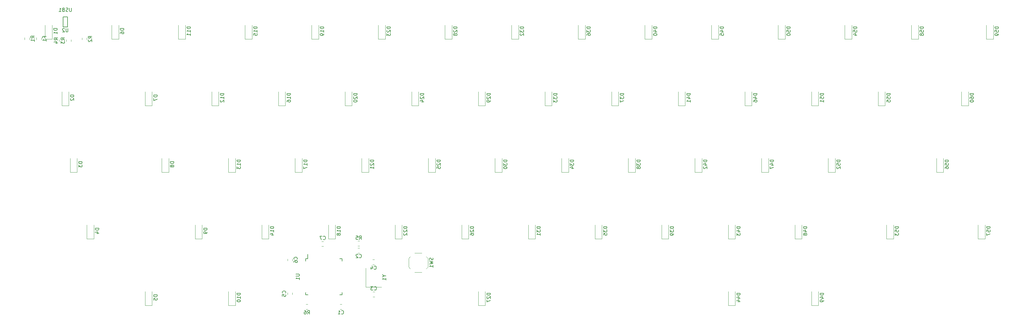
<source format=gbr>
%TF.GenerationSoftware,KiCad,Pcbnew,(5.1.6)-1*%
%TF.CreationDate,2020-09-28T13:00:59+07:00*%
%TF.ProjectId,HHKR,48484b52-2e6b-4696-9361-645f70636258,rev?*%
%TF.SameCoordinates,Original*%
%TF.FileFunction,Legend,Bot*%
%TF.FilePolarity,Positive*%
%FSLAX46Y46*%
G04 Gerber Fmt 4.6, Leading zero omitted, Abs format (unit mm)*
G04 Created by KiCad (PCBNEW (5.1.6)-1) date 2020-09-28 13:00:59*
%MOMM*%
%LPD*%
G01*
G04 APERTURE LIST*
%ADD10C,0.120000*%
%ADD11C,0.150000*%
G04 APERTURE END LIST*
D10*
%TO.C,R5*%
X112721252Y29000000D02*
X112198748Y29000000D01*
X112721252Y30420000D02*
X112198748Y30420000D01*
%TO.C,C2*%
X112198748Y28430000D02*
X112721252Y28430000D01*
X112198748Y27010000D02*
X112721252Y27010000D01*
%TO.C,C4*%
X116434998Y25107500D02*
X116957502Y25107500D01*
X116434998Y23687500D02*
X116957502Y23687500D01*
%TO.C,Y1*%
X114451250Y17257500D02*
X114451250Y22657500D01*
X118951250Y17257500D02*
X114451250Y17257500D01*
%TO.C,SW1*%
X132220000Y22990000D02*
X132220000Y25490000D01*
X130470000Y21490000D02*
X128470000Y21490000D01*
X126720000Y22990000D02*
X126720000Y25490000D01*
X130470000Y26990000D02*
X128470000Y26990000D01*
X131770000Y22540000D02*
X132220000Y22990000D01*
X131770000Y25940000D02*
X132220000Y25490000D01*
X127170000Y25940000D02*
X126720000Y25490000D01*
X127170000Y22540000D02*
X126720000Y22990000D01*
%TO.C,R6*%
X97378748Y10920000D02*
X97901252Y10920000D01*
X97378748Y12340000D02*
X97901252Y12340000D01*
%TO.C,C1*%
X107088748Y12350000D02*
X107611252Y12350000D01*
X107088748Y10930000D02*
X107611252Y10930000D01*
%TO.C,C7*%
X102411252Y28910000D02*
X101888748Y28910000D01*
X102411252Y30330000D02*
X101888748Y30330000D01*
%TO.C,C6*%
X92100000Y24788748D02*
X92100000Y25311252D01*
X93520000Y24788748D02*
X93520000Y25311252D01*
%TO.C,C5*%
X93520000Y15621252D02*
X93520000Y15098748D01*
X92100000Y15621252D02*
X92100000Y15098748D01*
%TO.C,C3*%
X116992502Y14477500D02*
X116469998Y14477500D01*
X116992502Y15897500D02*
X116469998Y15897500D01*
%TO.C,R1*%
X16940000Y88063748D02*
X16940000Y88586252D01*
X18360000Y88063748D02*
X18360000Y88586252D01*
D11*
%TO.C,U2*%
X27920000Y94580000D02*
X27920000Y91680000D01*
X27920000Y94580000D02*
X29220000Y94580000D01*
X29220000Y94580000D02*
X29220000Y91680000D01*
X29220000Y91680000D02*
X27920000Y91680000D01*
D10*
%TO.C,F1*%
X20320000Y88058748D02*
X20320000Y88581252D01*
X21740000Y88058748D02*
X21740000Y88581252D01*
%TO.C,D16*%
X91487500Y69187500D02*
X89487500Y69187500D01*
X89487500Y69187500D02*
X89487500Y73087500D01*
X91487500Y69187500D02*
X91487500Y73087500D01*
D11*
%TO.C,U1*%
X97900000Y25375000D02*
X97900000Y26650000D01*
X97325000Y15025000D02*
X97325000Y15700000D01*
X107675000Y15025000D02*
X107675000Y15700000D01*
X107675000Y25375000D02*
X107675000Y24700000D01*
X97325000Y25375000D02*
X97325000Y24700000D01*
X107675000Y25375000D02*
X107000000Y25375000D01*
X107675000Y15025000D02*
X107000000Y15025000D01*
X97325000Y15025000D02*
X98000000Y15025000D01*
X97325000Y25375000D02*
X97900000Y25375000D01*
D10*
%TO.C,R4*%
X28310000Y88031252D02*
X28310000Y87508748D01*
X26890000Y88031252D02*
X26890000Y87508748D01*
%TO.C,R3*%
X30260000Y88041252D02*
X30260000Y87518748D01*
X28840000Y88041252D02*
X28840000Y87518748D01*
%TO.C,R2*%
X33340000Y87988748D02*
X33340000Y88511252D01*
X34760000Y87988748D02*
X34760000Y88511252D01*
%TO.C,D60*%
X286750000Y69187500D02*
X284750000Y69187500D01*
X284750000Y69187500D02*
X284750000Y73087500D01*
X286750000Y69187500D02*
X286750000Y73087500D01*
%TO.C,D59*%
X293893750Y88237500D02*
X291893750Y88237500D01*
X291893750Y88237500D02*
X291893750Y92137500D01*
X293893750Y88237500D02*
X293893750Y92137500D01*
%TO.C,D58*%
X272462500Y88237500D02*
X270462500Y88237500D01*
X270462500Y88237500D02*
X270462500Y92137500D01*
X272462500Y88237500D02*
X272462500Y92137500D01*
%TO.C,D57*%
X291512500Y31087500D02*
X289512500Y31087500D01*
X289512500Y31087500D02*
X289512500Y34987500D01*
X291512500Y31087500D02*
X291512500Y34987500D01*
%TO.C,D56*%
X279606250Y50137500D02*
X277606250Y50137500D01*
X277606250Y50137500D02*
X277606250Y54037500D01*
X279606250Y50137500D02*
X279606250Y54037500D01*
%TO.C,D55*%
X262937500Y69187500D02*
X260937500Y69187500D01*
X260937500Y69187500D02*
X260937500Y73087500D01*
X262937500Y69187500D02*
X262937500Y73087500D01*
%TO.C,D54*%
X253412500Y88237500D02*
X251412500Y88237500D01*
X251412500Y88237500D02*
X251412500Y92137500D01*
X253412500Y88237500D02*
X253412500Y92137500D01*
%TO.C,D53*%
X265318750Y31087500D02*
X263318750Y31087500D01*
X263318750Y31087500D02*
X263318750Y34987500D01*
X265318750Y31087500D02*
X265318750Y34987500D01*
%TO.C,D52*%
X248650000Y50137500D02*
X246650000Y50137500D01*
X246650000Y50137500D02*
X246650000Y54037500D01*
X248650000Y50137500D02*
X248650000Y54037500D01*
%TO.C,D51*%
X243887500Y69187500D02*
X241887500Y69187500D01*
X241887500Y69187500D02*
X241887500Y73087500D01*
X243887500Y69187500D02*
X243887500Y73087500D01*
%TO.C,D50*%
X234362500Y88237500D02*
X232362500Y88237500D01*
X232362500Y88237500D02*
X232362500Y92137500D01*
X234362500Y88237500D02*
X234362500Y92137500D01*
%TO.C,D49*%
X243887500Y12037500D02*
X241887500Y12037500D01*
X241887500Y12037500D02*
X241887500Y15937500D01*
X243887500Y12037500D02*
X243887500Y15937500D01*
%TO.C,D48*%
X239125000Y31087500D02*
X237125000Y31087500D01*
X237125000Y31087500D02*
X237125000Y34987500D01*
X239125000Y31087500D02*
X239125000Y34987500D01*
%TO.C,D47*%
X229600000Y50137500D02*
X227600000Y50137500D01*
X227600000Y50137500D02*
X227600000Y54037500D01*
X229600000Y50137500D02*
X229600000Y54037500D01*
%TO.C,D46*%
X224837500Y69187500D02*
X222837500Y69187500D01*
X222837500Y69187500D02*
X222837500Y73087500D01*
X224837500Y69187500D02*
X224837500Y73087500D01*
%TO.C,D45*%
X215312500Y88237500D02*
X213312500Y88237500D01*
X213312500Y88237500D02*
X213312500Y92137500D01*
X215312500Y88237500D02*
X215312500Y92137500D01*
%TO.C,D44*%
X220075000Y12037500D02*
X218075000Y12037500D01*
X218075000Y12037500D02*
X218075000Y15937500D01*
X220075000Y12037500D02*
X220075000Y15937500D01*
%TO.C,D43*%
X220075000Y31087500D02*
X218075000Y31087500D01*
X218075000Y31087500D02*
X218075000Y34987500D01*
X220075000Y31087500D02*
X220075000Y34987500D01*
%TO.C,D42*%
X210550000Y50137500D02*
X208550000Y50137500D01*
X208550000Y50137500D02*
X208550000Y54037500D01*
X210550000Y50137500D02*
X210550000Y54037500D01*
%TO.C,D41*%
X205787500Y69187500D02*
X203787500Y69187500D01*
X203787500Y69187500D02*
X203787500Y73087500D01*
X205787500Y69187500D02*
X205787500Y73087500D01*
%TO.C,D40*%
X196262500Y88237500D02*
X194262500Y88237500D01*
X194262500Y88237500D02*
X194262500Y92137500D01*
X196262500Y88237500D02*
X196262500Y92137500D01*
%TO.C,D39*%
X201025000Y31087500D02*
X199025000Y31087500D01*
X199025000Y31087500D02*
X199025000Y34987500D01*
X201025000Y31087500D02*
X201025000Y34987500D01*
%TO.C,D38*%
X191500000Y50137500D02*
X189500000Y50137500D01*
X189500000Y50137500D02*
X189500000Y54037500D01*
X191500000Y50137500D02*
X191500000Y54037500D01*
%TO.C,D37*%
X186737500Y69187500D02*
X184737500Y69187500D01*
X184737500Y69187500D02*
X184737500Y73087500D01*
X186737500Y69187500D02*
X186737500Y73087500D01*
%TO.C,D36*%
X177212500Y88237500D02*
X175212500Y88237500D01*
X175212500Y88237500D02*
X175212500Y92137500D01*
X177212500Y88237500D02*
X177212500Y92137500D01*
%TO.C,D35*%
X181975000Y31087500D02*
X179975000Y31087500D01*
X179975000Y31087500D02*
X179975000Y34987500D01*
X181975000Y31087500D02*
X181975000Y34987500D01*
%TO.C,D34*%
X172450000Y50137500D02*
X170450000Y50137500D01*
X170450000Y50137500D02*
X170450000Y54037500D01*
X172450000Y50137500D02*
X172450000Y54037500D01*
%TO.C,D33*%
X167687500Y69187500D02*
X165687500Y69187500D01*
X165687500Y69187500D02*
X165687500Y73087500D01*
X167687500Y69187500D02*
X167687500Y73087500D01*
%TO.C,D32*%
X158162500Y88237500D02*
X156162500Y88237500D01*
X156162500Y88237500D02*
X156162500Y92137500D01*
X158162500Y88237500D02*
X158162500Y92137500D01*
%TO.C,D31*%
X162925000Y31087500D02*
X160925000Y31087500D01*
X160925000Y31087500D02*
X160925000Y34987500D01*
X162925000Y31087500D02*
X162925000Y34987500D01*
%TO.C,D30*%
X153400000Y50137500D02*
X151400000Y50137500D01*
X151400000Y50137500D02*
X151400000Y54037500D01*
X153400000Y50137500D02*
X153400000Y54037500D01*
%TO.C,D29*%
X148637500Y69187500D02*
X146637500Y69187500D01*
X146637500Y69187500D02*
X146637500Y73087500D01*
X148637500Y69187500D02*
X148637500Y73087500D01*
%TO.C,D28*%
X139112500Y88237500D02*
X137112500Y88237500D01*
X137112500Y88237500D02*
X137112500Y92137500D01*
X139112500Y88237500D02*
X139112500Y92137500D01*
%TO.C,D27*%
X148637500Y12037500D02*
X146637500Y12037500D01*
X146637500Y12037500D02*
X146637500Y15937500D01*
X148637500Y12037500D02*
X148637500Y15937500D01*
%TO.C,D26*%
X143875000Y31087500D02*
X141875000Y31087500D01*
X141875000Y31087500D02*
X141875000Y34987500D01*
X143875000Y31087500D02*
X143875000Y34987500D01*
%TO.C,D25*%
X134350000Y50137500D02*
X132350000Y50137500D01*
X132350000Y50137500D02*
X132350000Y54037500D01*
X134350000Y50137500D02*
X134350000Y54037500D01*
%TO.C,D24*%
X129587500Y69187500D02*
X127587500Y69187500D01*
X127587500Y69187500D02*
X127587500Y73087500D01*
X129587500Y69187500D02*
X129587500Y73087500D01*
%TO.C,D23*%
X120062500Y88237500D02*
X118062500Y88237500D01*
X118062500Y88237500D02*
X118062500Y92137500D01*
X120062500Y88237500D02*
X120062500Y92137500D01*
%TO.C,D22*%
X124825000Y31087500D02*
X122825000Y31087500D01*
X122825000Y31087500D02*
X122825000Y34987500D01*
X124825000Y31087500D02*
X124825000Y34987500D01*
%TO.C,D21*%
X115300000Y50137500D02*
X113300000Y50137500D01*
X113300000Y50137500D02*
X113300000Y54037500D01*
X115300000Y50137500D02*
X115300000Y54037500D01*
%TO.C,D20*%
X110537500Y69187500D02*
X108537500Y69187500D01*
X108537500Y69187500D02*
X108537500Y73087500D01*
X110537500Y69187500D02*
X110537500Y73087500D01*
%TO.C,D19*%
X101012500Y88237500D02*
X99012500Y88237500D01*
X99012500Y88237500D02*
X99012500Y92137500D01*
X101012500Y88237500D02*
X101012500Y92137500D01*
%TO.C,D18*%
X105775000Y31087500D02*
X103775000Y31087500D01*
X103775000Y31087500D02*
X103775000Y34987500D01*
X105775000Y31087500D02*
X105775000Y34987500D01*
%TO.C,D17*%
X96250000Y50137500D02*
X94250000Y50137500D01*
X94250000Y50137500D02*
X94250000Y54037500D01*
X96250000Y50137500D02*
X96250000Y54037500D01*
%TO.C,D15*%
X81962500Y88237500D02*
X79962500Y88237500D01*
X79962500Y88237500D02*
X79962500Y92137500D01*
X81962500Y88237500D02*
X81962500Y92137500D01*
%TO.C,D14*%
X86725000Y31087500D02*
X84725000Y31087500D01*
X84725000Y31087500D02*
X84725000Y34987500D01*
X86725000Y31087500D02*
X86725000Y34987500D01*
%TO.C,D13*%
X77200000Y50137500D02*
X75200000Y50137500D01*
X75200000Y50137500D02*
X75200000Y54037500D01*
X77200000Y50137500D02*
X77200000Y54037500D01*
%TO.C,D12*%
X72437500Y69187500D02*
X70437500Y69187500D01*
X70437500Y69187500D02*
X70437500Y73087500D01*
X72437500Y69187500D02*
X72437500Y73087500D01*
%TO.C,D11*%
X62912500Y88237500D02*
X60912500Y88237500D01*
X60912500Y88237500D02*
X60912500Y92137500D01*
X62912500Y88237500D02*
X62912500Y92137500D01*
%TO.C,D10*%
X77200000Y12037500D02*
X75200000Y12037500D01*
X75200000Y12037500D02*
X75200000Y15937500D01*
X77200000Y12037500D02*
X77200000Y15937500D01*
%TO.C,D9*%
X67675000Y31087500D02*
X65675000Y31087500D01*
X65675000Y31087500D02*
X65675000Y34987500D01*
X67675000Y31087500D02*
X67675000Y34987500D01*
%TO.C,D8*%
X58150000Y50137500D02*
X56150000Y50137500D01*
X56150000Y50137500D02*
X56150000Y54037500D01*
X58150000Y50137500D02*
X58150000Y54037500D01*
%TO.C,D7*%
X53387500Y69187500D02*
X51387500Y69187500D01*
X51387500Y69187500D02*
X51387500Y73087500D01*
X53387500Y69187500D02*
X53387500Y73087500D01*
%TO.C,D6*%
X43862500Y88237500D02*
X41862500Y88237500D01*
X41862500Y88237500D02*
X41862500Y92137500D01*
X43862500Y88237500D02*
X43862500Y92137500D01*
%TO.C,D5*%
X53387500Y12037500D02*
X51387500Y12037500D01*
X51387500Y12037500D02*
X51387500Y15937500D01*
X53387500Y12037500D02*
X53387500Y15937500D01*
%TO.C,D4*%
X36718750Y31087500D02*
X34718750Y31087500D01*
X34718750Y31087500D02*
X34718750Y34987500D01*
X36718750Y31087500D02*
X36718750Y34987500D01*
%TO.C,D3*%
X31956250Y50137500D02*
X29956250Y50137500D01*
X29956250Y50137500D02*
X29956250Y54037500D01*
X31956250Y50137500D02*
X31956250Y54037500D01*
%TO.C,D2*%
X29575000Y69187500D02*
X27575000Y69187500D01*
X27575000Y69187500D02*
X27575000Y73087500D01*
X29575000Y69187500D02*
X29575000Y73087500D01*
%TO.C,D1*%
X24812500Y88237500D02*
X22812500Y88237500D01*
X22812500Y88237500D02*
X22812500Y92137500D01*
X24812500Y88237500D02*
X24812500Y92137500D01*
%TO.C,R5*%
D11*
X112626666Y30907619D02*
X112960000Y31383809D01*
X113198095Y30907619D02*
X113198095Y31907619D01*
X112817142Y31907619D01*
X112721904Y31860000D01*
X112674285Y31812380D01*
X112626666Y31717142D01*
X112626666Y31574285D01*
X112674285Y31479047D01*
X112721904Y31431428D01*
X112817142Y31383809D01*
X113198095Y31383809D01*
X111721904Y31907619D02*
X112198095Y31907619D01*
X112245714Y31431428D01*
X112198095Y31479047D01*
X112102857Y31526666D01*
X111864761Y31526666D01*
X111769523Y31479047D01*
X111721904Y31431428D01*
X111674285Y31336190D01*
X111674285Y31098095D01*
X111721904Y31002857D01*
X111769523Y30955238D01*
X111864761Y30907619D01*
X112102857Y30907619D01*
X112198095Y30955238D01*
X112245714Y31002857D01*
%TO.C,C2*%
X112626666Y25712857D02*
X112674285Y25665238D01*
X112817142Y25617619D01*
X112912380Y25617619D01*
X113055238Y25665238D01*
X113150476Y25760476D01*
X113198095Y25855714D01*
X113245714Y26046190D01*
X113245714Y26189047D01*
X113198095Y26379523D01*
X113150476Y26474761D01*
X113055238Y26570000D01*
X112912380Y26617619D01*
X112817142Y26617619D01*
X112674285Y26570000D01*
X112626666Y26522380D01*
X112245714Y26522380D02*
X112198095Y26570000D01*
X112102857Y26617619D01*
X111864761Y26617619D01*
X111769523Y26570000D01*
X111721904Y26522380D01*
X111674285Y26427142D01*
X111674285Y26331904D01*
X111721904Y26189047D01*
X112293333Y25617619D01*
X111674285Y25617619D01*
%TO.C,C4*%
X116862916Y22390357D02*
X116910535Y22342738D01*
X117053392Y22295119D01*
X117148630Y22295119D01*
X117291488Y22342738D01*
X117386726Y22437976D01*
X117434345Y22533214D01*
X117481964Y22723690D01*
X117481964Y22866547D01*
X117434345Y23057023D01*
X117386726Y23152261D01*
X117291488Y23247500D01*
X117148630Y23295119D01*
X117053392Y23295119D01*
X116910535Y23247500D01*
X116862916Y23199880D01*
X116005773Y22961785D02*
X116005773Y22295119D01*
X116243869Y23342738D02*
X116481964Y22628452D01*
X115862916Y22628452D01*
%TO.C,Y1*%
X119727440Y20433690D02*
X120203630Y20433690D01*
X119203630Y20767023D02*
X119727440Y20433690D01*
X119203630Y20100357D01*
X120203630Y19243214D02*
X120203630Y19814642D01*
X120203630Y19528928D02*
X119203630Y19528928D01*
X119346488Y19624166D01*
X119441726Y19719404D01*
X119489345Y19814642D01*
%TO.C,SW1*%
X133624761Y25573333D02*
X133672380Y25430476D01*
X133672380Y25192380D01*
X133624761Y25097142D01*
X133577142Y25049523D01*
X133481904Y25001904D01*
X133386666Y25001904D01*
X133291428Y25049523D01*
X133243809Y25097142D01*
X133196190Y25192380D01*
X133148571Y25382857D01*
X133100952Y25478095D01*
X133053333Y25525714D01*
X132958095Y25573333D01*
X132862857Y25573333D01*
X132767619Y25525714D01*
X132720000Y25478095D01*
X132672380Y25382857D01*
X132672380Y25144761D01*
X132720000Y25001904D01*
X132672380Y24668571D02*
X133672380Y24430476D01*
X132958095Y24240000D01*
X133672380Y24049523D01*
X132672380Y23811428D01*
X133672380Y22906666D02*
X133672380Y23478095D01*
X133672380Y23192380D02*
X132672380Y23192380D01*
X132815238Y23287619D01*
X132910476Y23382857D01*
X132958095Y23478095D01*
%TO.C,R6*%
X97806666Y9527619D02*
X98140000Y10003809D01*
X98378095Y9527619D02*
X98378095Y10527619D01*
X97997142Y10527619D01*
X97901904Y10480000D01*
X97854285Y10432380D01*
X97806666Y10337142D01*
X97806666Y10194285D01*
X97854285Y10099047D01*
X97901904Y10051428D01*
X97997142Y10003809D01*
X98378095Y10003809D01*
X96949523Y10527619D02*
X97140000Y10527619D01*
X97235238Y10480000D01*
X97282857Y10432380D01*
X97378095Y10289523D01*
X97425714Y10099047D01*
X97425714Y9718095D01*
X97378095Y9622857D01*
X97330476Y9575238D01*
X97235238Y9527619D01*
X97044761Y9527619D01*
X96949523Y9575238D01*
X96901904Y9622857D01*
X96854285Y9718095D01*
X96854285Y9956190D01*
X96901904Y10051428D01*
X96949523Y10099047D01*
X97044761Y10146666D01*
X97235238Y10146666D01*
X97330476Y10099047D01*
X97378095Y10051428D01*
X97425714Y9956190D01*
%TO.C,C1*%
X107516666Y9632857D02*
X107564285Y9585238D01*
X107707142Y9537619D01*
X107802380Y9537619D01*
X107945238Y9585238D01*
X108040476Y9680476D01*
X108088095Y9775714D01*
X108135714Y9966190D01*
X108135714Y10109047D01*
X108088095Y10299523D01*
X108040476Y10394761D01*
X107945238Y10490000D01*
X107802380Y10537619D01*
X107707142Y10537619D01*
X107564285Y10490000D01*
X107516666Y10442380D01*
X106564285Y9537619D02*
X107135714Y9537619D01*
X106850000Y9537619D02*
X106850000Y10537619D01*
X106945238Y10394761D01*
X107040476Y10299523D01*
X107135714Y10251904D01*
%TO.C,C7*%
X102316666Y30912857D02*
X102364285Y30865238D01*
X102507142Y30817619D01*
X102602380Y30817619D01*
X102745238Y30865238D01*
X102840476Y30960476D01*
X102888095Y31055714D01*
X102935714Y31246190D01*
X102935714Y31389047D01*
X102888095Y31579523D01*
X102840476Y31674761D01*
X102745238Y31770000D01*
X102602380Y31817619D01*
X102507142Y31817619D01*
X102364285Y31770000D01*
X102316666Y31722380D01*
X101983333Y31817619D02*
X101316666Y31817619D01*
X101745238Y30817619D01*
%TO.C,C6*%
X94817142Y25216666D02*
X94864761Y25264285D01*
X94912380Y25407142D01*
X94912380Y25502380D01*
X94864761Y25645238D01*
X94769523Y25740476D01*
X94674285Y25788095D01*
X94483809Y25835714D01*
X94340952Y25835714D01*
X94150476Y25788095D01*
X94055238Y25740476D01*
X93960000Y25645238D01*
X93912380Y25502380D01*
X93912380Y25407142D01*
X93960000Y25264285D01*
X94007619Y25216666D01*
X93912380Y24359523D02*
X93912380Y24550000D01*
X93960000Y24645238D01*
X94007619Y24692857D01*
X94150476Y24788095D01*
X94340952Y24835714D01*
X94721904Y24835714D01*
X94817142Y24788095D01*
X94864761Y24740476D01*
X94912380Y24645238D01*
X94912380Y24454761D01*
X94864761Y24359523D01*
X94817142Y24311904D01*
X94721904Y24264285D01*
X94483809Y24264285D01*
X94388571Y24311904D01*
X94340952Y24359523D01*
X94293333Y24454761D01*
X94293333Y24645238D01*
X94340952Y24740476D01*
X94388571Y24788095D01*
X94483809Y24835714D01*
%TO.C,C5*%
X91517142Y15526666D02*
X91564761Y15574285D01*
X91612380Y15717142D01*
X91612380Y15812380D01*
X91564761Y15955238D01*
X91469523Y16050476D01*
X91374285Y16098095D01*
X91183809Y16145714D01*
X91040952Y16145714D01*
X90850476Y16098095D01*
X90755238Y16050476D01*
X90660000Y15955238D01*
X90612380Y15812380D01*
X90612380Y15717142D01*
X90660000Y15574285D01*
X90707619Y15526666D01*
X90612380Y14621904D02*
X90612380Y15098095D01*
X91088571Y15145714D01*
X91040952Y15098095D01*
X90993333Y15002857D01*
X90993333Y14764761D01*
X91040952Y14669523D01*
X91088571Y14621904D01*
X91183809Y14574285D01*
X91421904Y14574285D01*
X91517142Y14621904D01*
X91564761Y14669523D01*
X91612380Y14764761D01*
X91612380Y15002857D01*
X91564761Y15098095D01*
X91517142Y15145714D01*
%TO.C,C3*%
X116897916Y16480357D02*
X116945535Y16432738D01*
X117088392Y16385119D01*
X117183630Y16385119D01*
X117326488Y16432738D01*
X117421726Y16527976D01*
X117469345Y16623214D01*
X117516964Y16813690D01*
X117516964Y16956547D01*
X117469345Y17147023D01*
X117421726Y17242261D01*
X117326488Y17337500D01*
X117183630Y17385119D01*
X117088392Y17385119D01*
X116945535Y17337500D01*
X116897916Y17289880D01*
X116564583Y17385119D02*
X115945535Y17385119D01*
X116278869Y17004166D01*
X116136011Y17004166D01*
X116040773Y16956547D01*
X115993154Y16908928D01*
X115945535Y16813690D01*
X115945535Y16575595D01*
X115993154Y16480357D01*
X116040773Y16432738D01*
X116136011Y16385119D01*
X116421726Y16385119D01*
X116516964Y16432738D01*
X116564583Y16480357D01*
%TO.C,R1*%
X19752380Y88491666D02*
X19276190Y88825000D01*
X19752380Y89063095D02*
X18752380Y89063095D01*
X18752380Y88682142D01*
X18800000Y88586904D01*
X18847619Y88539285D01*
X18942857Y88491666D01*
X19085714Y88491666D01*
X19180952Y88539285D01*
X19228571Y88586904D01*
X19276190Y88682142D01*
X19276190Y89063095D01*
X19752380Y87539285D02*
X19752380Y88110714D01*
X19752380Y87825000D02*
X18752380Y87825000D01*
X18895238Y87920238D01*
X18990476Y88015476D01*
X19038095Y88110714D01*
%TO.C,U2*%
X29331904Y91227619D02*
X29331904Y90418095D01*
X29284285Y90322857D01*
X29236666Y90275238D01*
X29141428Y90227619D01*
X28950952Y90227619D01*
X28855714Y90275238D01*
X28808095Y90322857D01*
X28760476Y90418095D01*
X28760476Y91227619D01*
X28331904Y91132380D02*
X28284285Y91180000D01*
X28189047Y91227619D01*
X27950952Y91227619D01*
X27855714Y91180000D01*
X27808095Y91132380D01*
X27760476Y91037142D01*
X27760476Y90941904D01*
X27808095Y90799047D01*
X28379523Y90227619D01*
X27760476Y90227619D01*
%TO.C,F1*%
X22608571Y88653333D02*
X22608571Y88986666D01*
X23132380Y88986666D02*
X22132380Y88986666D01*
X22132380Y88510476D01*
X23132380Y87605714D02*
X23132380Y88177142D01*
X23132380Y87891428D02*
X22132380Y87891428D01*
X22275238Y87986666D01*
X22370476Y88081904D01*
X22418095Y88177142D01*
%TO.C,D16*%
X92939880Y72651785D02*
X91939880Y72651785D01*
X91939880Y72413690D01*
X91987500Y72270833D01*
X92082738Y72175595D01*
X92177976Y72127976D01*
X92368452Y72080357D01*
X92511309Y72080357D01*
X92701785Y72127976D01*
X92797023Y72175595D01*
X92892261Y72270833D01*
X92939880Y72413690D01*
X92939880Y72651785D01*
X92939880Y71127976D02*
X92939880Y71699404D01*
X92939880Y71413690D02*
X91939880Y71413690D01*
X92082738Y71508928D01*
X92177976Y71604166D01*
X92225595Y71699404D01*
X91939880Y70270833D02*
X91939880Y70461309D01*
X91987500Y70556547D01*
X92035119Y70604166D01*
X92177976Y70699404D01*
X92368452Y70747023D01*
X92749404Y70747023D01*
X92844642Y70699404D01*
X92892261Y70651785D01*
X92939880Y70556547D01*
X92939880Y70366071D01*
X92892261Y70270833D01*
X92844642Y70223214D01*
X92749404Y70175595D01*
X92511309Y70175595D01*
X92416071Y70223214D01*
X92368452Y70270833D01*
X92320833Y70366071D01*
X92320833Y70556547D01*
X92368452Y70651785D01*
X92416071Y70699404D01*
X92511309Y70747023D01*
%TO.C,USB1*%
X30328095Y97102619D02*
X30328095Y96293095D01*
X30280476Y96197857D01*
X30232857Y96150238D01*
X30137619Y96102619D01*
X29947142Y96102619D01*
X29851904Y96150238D01*
X29804285Y96197857D01*
X29756666Y96293095D01*
X29756666Y97102619D01*
X29328095Y96150238D02*
X29185238Y96102619D01*
X28947142Y96102619D01*
X28851904Y96150238D01*
X28804285Y96197857D01*
X28756666Y96293095D01*
X28756666Y96388333D01*
X28804285Y96483571D01*
X28851904Y96531190D01*
X28947142Y96578809D01*
X29137619Y96626428D01*
X29232857Y96674047D01*
X29280476Y96721666D01*
X29328095Y96816904D01*
X29328095Y96912142D01*
X29280476Y97007380D01*
X29232857Y97055000D01*
X29137619Y97102619D01*
X28899523Y97102619D01*
X28756666Y97055000D01*
X27994761Y96626428D02*
X27851904Y96578809D01*
X27804285Y96531190D01*
X27756666Y96435952D01*
X27756666Y96293095D01*
X27804285Y96197857D01*
X27851904Y96150238D01*
X27947142Y96102619D01*
X28328095Y96102619D01*
X28328095Y97102619D01*
X27994761Y97102619D01*
X27899523Y97055000D01*
X27851904Y97007380D01*
X27804285Y96912142D01*
X27804285Y96816904D01*
X27851904Y96721666D01*
X27899523Y96674047D01*
X27994761Y96626428D01*
X28328095Y96626428D01*
X26804285Y96102619D02*
X27375714Y96102619D01*
X27089999Y96102619D02*
X27089999Y97102619D01*
X27185238Y96959761D01*
X27280476Y96864523D01*
X27375714Y96816904D01*
%TO.C,U1*%
X94502380Y20961904D02*
X95311904Y20961904D01*
X95407142Y20914285D01*
X95454761Y20866666D01*
X95502380Y20771428D01*
X95502380Y20580952D01*
X95454761Y20485714D01*
X95407142Y20438095D01*
X95311904Y20390476D01*
X94502380Y20390476D01*
X95502380Y19390476D02*
X95502380Y19961904D01*
X95502380Y19676190D02*
X94502380Y19676190D01*
X94645238Y19771428D01*
X94740476Y19866666D01*
X94788095Y19961904D01*
%TO.C,R4*%
X26402380Y87936666D02*
X25926190Y88270000D01*
X26402380Y88508095D02*
X25402380Y88508095D01*
X25402380Y88127142D01*
X25450000Y88031904D01*
X25497619Y87984285D01*
X25592857Y87936666D01*
X25735714Y87936666D01*
X25830952Y87984285D01*
X25878571Y88031904D01*
X25926190Y88127142D01*
X25926190Y88508095D01*
X25735714Y87079523D02*
X26402380Y87079523D01*
X25354761Y87317619D02*
X26069047Y87555714D01*
X26069047Y86936666D01*
%TO.C,R3*%
X28352380Y87946666D02*
X27876190Y88280000D01*
X28352380Y88518095D02*
X27352380Y88518095D01*
X27352380Y88137142D01*
X27400000Y88041904D01*
X27447619Y87994285D01*
X27542857Y87946666D01*
X27685714Y87946666D01*
X27780952Y87994285D01*
X27828571Y88041904D01*
X27876190Y88137142D01*
X27876190Y88518095D01*
X27352380Y87613333D02*
X27352380Y86994285D01*
X27733333Y87327619D01*
X27733333Y87184761D01*
X27780952Y87089523D01*
X27828571Y87041904D01*
X27923809Y86994285D01*
X28161904Y86994285D01*
X28257142Y87041904D01*
X28304761Y87089523D01*
X28352380Y87184761D01*
X28352380Y87470476D01*
X28304761Y87565714D01*
X28257142Y87613333D01*
%TO.C,R2*%
X36152380Y88416666D02*
X35676190Y88750000D01*
X36152380Y88988095D02*
X35152380Y88988095D01*
X35152380Y88607142D01*
X35200000Y88511904D01*
X35247619Y88464285D01*
X35342857Y88416666D01*
X35485714Y88416666D01*
X35580952Y88464285D01*
X35628571Y88511904D01*
X35676190Y88607142D01*
X35676190Y88988095D01*
X35247619Y88035714D02*
X35200000Y87988095D01*
X35152380Y87892857D01*
X35152380Y87654761D01*
X35200000Y87559523D01*
X35247619Y87511904D01*
X35342857Y87464285D01*
X35438095Y87464285D01*
X35580952Y87511904D01*
X36152380Y88083333D01*
X36152380Y87464285D01*
%TO.C,D60*%
X288202380Y72651785D02*
X287202380Y72651785D01*
X287202380Y72413690D01*
X287250000Y72270833D01*
X287345238Y72175595D01*
X287440476Y72127976D01*
X287630952Y72080357D01*
X287773809Y72080357D01*
X287964285Y72127976D01*
X288059523Y72175595D01*
X288154761Y72270833D01*
X288202380Y72413690D01*
X288202380Y72651785D01*
X287202380Y71223214D02*
X287202380Y71413690D01*
X287250000Y71508928D01*
X287297619Y71556547D01*
X287440476Y71651785D01*
X287630952Y71699404D01*
X288011904Y71699404D01*
X288107142Y71651785D01*
X288154761Y71604166D01*
X288202380Y71508928D01*
X288202380Y71318452D01*
X288154761Y71223214D01*
X288107142Y71175595D01*
X288011904Y71127976D01*
X287773809Y71127976D01*
X287678571Y71175595D01*
X287630952Y71223214D01*
X287583333Y71318452D01*
X287583333Y71508928D01*
X287630952Y71604166D01*
X287678571Y71651785D01*
X287773809Y71699404D01*
X287202380Y70508928D02*
X287202380Y70413690D01*
X287250000Y70318452D01*
X287297619Y70270833D01*
X287392857Y70223214D01*
X287583333Y70175595D01*
X287821428Y70175595D01*
X288011904Y70223214D01*
X288107142Y70270833D01*
X288154761Y70318452D01*
X288202380Y70413690D01*
X288202380Y70508928D01*
X288154761Y70604166D01*
X288107142Y70651785D01*
X288011904Y70699404D01*
X287821428Y70747023D01*
X287583333Y70747023D01*
X287392857Y70699404D01*
X287297619Y70651785D01*
X287250000Y70604166D01*
X287202380Y70508928D01*
%TO.C,D59*%
X295346130Y91701785D02*
X294346130Y91701785D01*
X294346130Y91463690D01*
X294393750Y91320833D01*
X294488988Y91225595D01*
X294584226Y91177976D01*
X294774702Y91130357D01*
X294917559Y91130357D01*
X295108035Y91177976D01*
X295203273Y91225595D01*
X295298511Y91320833D01*
X295346130Y91463690D01*
X295346130Y91701785D01*
X294346130Y90225595D02*
X294346130Y90701785D01*
X294822321Y90749404D01*
X294774702Y90701785D01*
X294727083Y90606547D01*
X294727083Y90368452D01*
X294774702Y90273214D01*
X294822321Y90225595D01*
X294917559Y90177976D01*
X295155654Y90177976D01*
X295250892Y90225595D01*
X295298511Y90273214D01*
X295346130Y90368452D01*
X295346130Y90606547D01*
X295298511Y90701785D01*
X295250892Y90749404D01*
X295346130Y89701785D02*
X295346130Y89511309D01*
X295298511Y89416071D01*
X295250892Y89368452D01*
X295108035Y89273214D01*
X294917559Y89225595D01*
X294536607Y89225595D01*
X294441369Y89273214D01*
X294393750Y89320833D01*
X294346130Y89416071D01*
X294346130Y89606547D01*
X294393750Y89701785D01*
X294441369Y89749404D01*
X294536607Y89797023D01*
X294774702Y89797023D01*
X294869940Y89749404D01*
X294917559Y89701785D01*
X294965178Y89606547D01*
X294965178Y89416071D01*
X294917559Y89320833D01*
X294869940Y89273214D01*
X294774702Y89225595D01*
%TO.C,D58*%
X273914880Y91701785D02*
X272914880Y91701785D01*
X272914880Y91463690D01*
X272962500Y91320833D01*
X273057738Y91225595D01*
X273152976Y91177976D01*
X273343452Y91130357D01*
X273486309Y91130357D01*
X273676785Y91177976D01*
X273772023Y91225595D01*
X273867261Y91320833D01*
X273914880Y91463690D01*
X273914880Y91701785D01*
X272914880Y90225595D02*
X272914880Y90701785D01*
X273391071Y90749404D01*
X273343452Y90701785D01*
X273295833Y90606547D01*
X273295833Y90368452D01*
X273343452Y90273214D01*
X273391071Y90225595D01*
X273486309Y90177976D01*
X273724404Y90177976D01*
X273819642Y90225595D01*
X273867261Y90273214D01*
X273914880Y90368452D01*
X273914880Y90606547D01*
X273867261Y90701785D01*
X273819642Y90749404D01*
X273343452Y89606547D02*
X273295833Y89701785D01*
X273248214Y89749404D01*
X273152976Y89797023D01*
X273105357Y89797023D01*
X273010119Y89749404D01*
X272962500Y89701785D01*
X272914880Y89606547D01*
X272914880Y89416071D01*
X272962500Y89320833D01*
X273010119Y89273214D01*
X273105357Y89225595D01*
X273152976Y89225595D01*
X273248214Y89273214D01*
X273295833Y89320833D01*
X273343452Y89416071D01*
X273343452Y89606547D01*
X273391071Y89701785D01*
X273438690Y89749404D01*
X273533928Y89797023D01*
X273724404Y89797023D01*
X273819642Y89749404D01*
X273867261Y89701785D01*
X273914880Y89606547D01*
X273914880Y89416071D01*
X273867261Y89320833D01*
X273819642Y89273214D01*
X273724404Y89225595D01*
X273533928Y89225595D01*
X273438690Y89273214D01*
X273391071Y89320833D01*
X273343452Y89416071D01*
%TO.C,D57*%
X292964880Y34551785D02*
X291964880Y34551785D01*
X291964880Y34313690D01*
X292012500Y34170833D01*
X292107738Y34075595D01*
X292202976Y34027976D01*
X292393452Y33980357D01*
X292536309Y33980357D01*
X292726785Y34027976D01*
X292822023Y34075595D01*
X292917261Y34170833D01*
X292964880Y34313690D01*
X292964880Y34551785D01*
X291964880Y33075595D02*
X291964880Y33551785D01*
X292441071Y33599404D01*
X292393452Y33551785D01*
X292345833Y33456547D01*
X292345833Y33218452D01*
X292393452Y33123214D01*
X292441071Y33075595D01*
X292536309Y33027976D01*
X292774404Y33027976D01*
X292869642Y33075595D01*
X292917261Y33123214D01*
X292964880Y33218452D01*
X292964880Y33456547D01*
X292917261Y33551785D01*
X292869642Y33599404D01*
X291964880Y32694642D02*
X291964880Y32027976D01*
X292964880Y32456547D01*
%TO.C,D56*%
X281058630Y53601785D02*
X280058630Y53601785D01*
X280058630Y53363690D01*
X280106250Y53220833D01*
X280201488Y53125595D01*
X280296726Y53077976D01*
X280487202Y53030357D01*
X280630059Y53030357D01*
X280820535Y53077976D01*
X280915773Y53125595D01*
X281011011Y53220833D01*
X281058630Y53363690D01*
X281058630Y53601785D01*
X280058630Y52125595D02*
X280058630Y52601785D01*
X280534821Y52649404D01*
X280487202Y52601785D01*
X280439583Y52506547D01*
X280439583Y52268452D01*
X280487202Y52173214D01*
X280534821Y52125595D01*
X280630059Y52077976D01*
X280868154Y52077976D01*
X280963392Y52125595D01*
X281011011Y52173214D01*
X281058630Y52268452D01*
X281058630Y52506547D01*
X281011011Y52601785D01*
X280963392Y52649404D01*
X280058630Y51220833D02*
X280058630Y51411309D01*
X280106250Y51506547D01*
X280153869Y51554166D01*
X280296726Y51649404D01*
X280487202Y51697023D01*
X280868154Y51697023D01*
X280963392Y51649404D01*
X281011011Y51601785D01*
X281058630Y51506547D01*
X281058630Y51316071D01*
X281011011Y51220833D01*
X280963392Y51173214D01*
X280868154Y51125595D01*
X280630059Y51125595D01*
X280534821Y51173214D01*
X280487202Y51220833D01*
X280439583Y51316071D01*
X280439583Y51506547D01*
X280487202Y51601785D01*
X280534821Y51649404D01*
X280630059Y51697023D01*
%TO.C,D55*%
X264389880Y72651785D02*
X263389880Y72651785D01*
X263389880Y72413690D01*
X263437500Y72270833D01*
X263532738Y72175595D01*
X263627976Y72127976D01*
X263818452Y72080357D01*
X263961309Y72080357D01*
X264151785Y72127976D01*
X264247023Y72175595D01*
X264342261Y72270833D01*
X264389880Y72413690D01*
X264389880Y72651785D01*
X263389880Y71175595D02*
X263389880Y71651785D01*
X263866071Y71699404D01*
X263818452Y71651785D01*
X263770833Y71556547D01*
X263770833Y71318452D01*
X263818452Y71223214D01*
X263866071Y71175595D01*
X263961309Y71127976D01*
X264199404Y71127976D01*
X264294642Y71175595D01*
X264342261Y71223214D01*
X264389880Y71318452D01*
X264389880Y71556547D01*
X264342261Y71651785D01*
X264294642Y71699404D01*
X263389880Y70223214D02*
X263389880Y70699404D01*
X263866071Y70747023D01*
X263818452Y70699404D01*
X263770833Y70604166D01*
X263770833Y70366071D01*
X263818452Y70270833D01*
X263866071Y70223214D01*
X263961309Y70175595D01*
X264199404Y70175595D01*
X264294642Y70223214D01*
X264342261Y70270833D01*
X264389880Y70366071D01*
X264389880Y70604166D01*
X264342261Y70699404D01*
X264294642Y70747023D01*
%TO.C,D54*%
X254864880Y91701785D02*
X253864880Y91701785D01*
X253864880Y91463690D01*
X253912500Y91320833D01*
X254007738Y91225595D01*
X254102976Y91177976D01*
X254293452Y91130357D01*
X254436309Y91130357D01*
X254626785Y91177976D01*
X254722023Y91225595D01*
X254817261Y91320833D01*
X254864880Y91463690D01*
X254864880Y91701785D01*
X253864880Y90225595D02*
X253864880Y90701785D01*
X254341071Y90749404D01*
X254293452Y90701785D01*
X254245833Y90606547D01*
X254245833Y90368452D01*
X254293452Y90273214D01*
X254341071Y90225595D01*
X254436309Y90177976D01*
X254674404Y90177976D01*
X254769642Y90225595D01*
X254817261Y90273214D01*
X254864880Y90368452D01*
X254864880Y90606547D01*
X254817261Y90701785D01*
X254769642Y90749404D01*
X254198214Y89320833D02*
X254864880Y89320833D01*
X253817261Y89558928D02*
X254531547Y89797023D01*
X254531547Y89177976D01*
%TO.C,D53*%
X266771130Y34551785D02*
X265771130Y34551785D01*
X265771130Y34313690D01*
X265818750Y34170833D01*
X265913988Y34075595D01*
X266009226Y34027976D01*
X266199702Y33980357D01*
X266342559Y33980357D01*
X266533035Y34027976D01*
X266628273Y34075595D01*
X266723511Y34170833D01*
X266771130Y34313690D01*
X266771130Y34551785D01*
X265771130Y33075595D02*
X265771130Y33551785D01*
X266247321Y33599404D01*
X266199702Y33551785D01*
X266152083Y33456547D01*
X266152083Y33218452D01*
X266199702Y33123214D01*
X266247321Y33075595D01*
X266342559Y33027976D01*
X266580654Y33027976D01*
X266675892Y33075595D01*
X266723511Y33123214D01*
X266771130Y33218452D01*
X266771130Y33456547D01*
X266723511Y33551785D01*
X266675892Y33599404D01*
X265771130Y32694642D02*
X265771130Y32075595D01*
X266152083Y32408928D01*
X266152083Y32266071D01*
X266199702Y32170833D01*
X266247321Y32123214D01*
X266342559Y32075595D01*
X266580654Y32075595D01*
X266675892Y32123214D01*
X266723511Y32170833D01*
X266771130Y32266071D01*
X266771130Y32551785D01*
X266723511Y32647023D01*
X266675892Y32694642D01*
%TO.C,D52*%
X250102380Y53601785D02*
X249102380Y53601785D01*
X249102380Y53363690D01*
X249150000Y53220833D01*
X249245238Y53125595D01*
X249340476Y53077976D01*
X249530952Y53030357D01*
X249673809Y53030357D01*
X249864285Y53077976D01*
X249959523Y53125595D01*
X250054761Y53220833D01*
X250102380Y53363690D01*
X250102380Y53601785D01*
X249102380Y52125595D02*
X249102380Y52601785D01*
X249578571Y52649404D01*
X249530952Y52601785D01*
X249483333Y52506547D01*
X249483333Y52268452D01*
X249530952Y52173214D01*
X249578571Y52125595D01*
X249673809Y52077976D01*
X249911904Y52077976D01*
X250007142Y52125595D01*
X250054761Y52173214D01*
X250102380Y52268452D01*
X250102380Y52506547D01*
X250054761Y52601785D01*
X250007142Y52649404D01*
X249197619Y51697023D02*
X249150000Y51649404D01*
X249102380Y51554166D01*
X249102380Y51316071D01*
X249150000Y51220833D01*
X249197619Y51173214D01*
X249292857Y51125595D01*
X249388095Y51125595D01*
X249530952Y51173214D01*
X250102380Y51744642D01*
X250102380Y51125595D01*
%TO.C,D51*%
X245339880Y72651785D02*
X244339880Y72651785D01*
X244339880Y72413690D01*
X244387500Y72270833D01*
X244482738Y72175595D01*
X244577976Y72127976D01*
X244768452Y72080357D01*
X244911309Y72080357D01*
X245101785Y72127976D01*
X245197023Y72175595D01*
X245292261Y72270833D01*
X245339880Y72413690D01*
X245339880Y72651785D01*
X244339880Y71175595D02*
X244339880Y71651785D01*
X244816071Y71699404D01*
X244768452Y71651785D01*
X244720833Y71556547D01*
X244720833Y71318452D01*
X244768452Y71223214D01*
X244816071Y71175595D01*
X244911309Y71127976D01*
X245149404Y71127976D01*
X245244642Y71175595D01*
X245292261Y71223214D01*
X245339880Y71318452D01*
X245339880Y71556547D01*
X245292261Y71651785D01*
X245244642Y71699404D01*
X245339880Y70175595D02*
X245339880Y70747023D01*
X245339880Y70461309D02*
X244339880Y70461309D01*
X244482738Y70556547D01*
X244577976Y70651785D01*
X244625595Y70747023D01*
%TO.C,D50*%
X235814880Y91701785D02*
X234814880Y91701785D01*
X234814880Y91463690D01*
X234862500Y91320833D01*
X234957738Y91225595D01*
X235052976Y91177976D01*
X235243452Y91130357D01*
X235386309Y91130357D01*
X235576785Y91177976D01*
X235672023Y91225595D01*
X235767261Y91320833D01*
X235814880Y91463690D01*
X235814880Y91701785D01*
X234814880Y90225595D02*
X234814880Y90701785D01*
X235291071Y90749404D01*
X235243452Y90701785D01*
X235195833Y90606547D01*
X235195833Y90368452D01*
X235243452Y90273214D01*
X235291071Y90225595D01*
X235386309Y90177976D01*
X235624404Y90177976D01*
X235719642Y90225595D01*
X235767261Y90273214D01*
X235814880Y90368452D01*
X235814880Y90606547D01*
X235767261Y90701785D01*
X235719642Y90749404D01*
X234814880Y89558928D02*
X234814880Y89463690D01*
X234862500Y89368452D01*
X234910119Y89320833D01*
X235005357Y89273214D01*
X235195833Y89225595D01*
X235433928Y89225595D01*
X235624404Y89273214D01*
X235719642Y89320833D01*
X235767261Y89368452D01*
X235814880Y89463690D01*
X235814880Y89558928D01*
X235767261Y89654166D01*
X235719642Y89701785D01*
X235624404Y89749404D01*
X235433928Y89797023D01*
X235195833Y89797023D01*
X235005357Y89749404D01*
X234910119Y89701785D01*
X234862500Y89654166D01*
X234814880Y89558928D01*
%TO.C,D49*%
X245339880Y15501785D02*
X244339880Y15501785D01*
X244339880Y15263690D01*
X244387500Y15120833D01*
X244482738Y15025595D01*
X244577976Y14977976D01*
X244768452Y14930357D01*
X244911309Y14930357D01*
X245101785Y14977976D01*
X245197023Y15025595D01*
X245292261Y15120833D01*
X245339880Y15263690D01*
X245339880Y15501785D01*
X244673214Y14073214D02*
X245339880Y14073214D01*
X244292261Y14311309D02*
X245006547Y14549404D01*
X245006547Y13930357D01*
X245339880Y13501785D02*
X245339880Y13311309D01*
X245292261Y13216071D01*
X245244642Y13168452D01*
X245101785Y13073214D01*
X244911309Y13025595D01*
X244530357Y13025595D01*
X244435119Y13073214D01*
X244387500Y13120833D01*
X244339880Y13216071D01*
X244339880Y13406547D01*
X244387500Y13501785D01*
X244435119Y13549404D01*
X244530357Y13597023D01*
X244768452Y13597023D01*
X244863690Y13549404D01*
X244911309Y13501785D01*
X244958928Y13406547D01*
X244958928Y13216071D01*
X244911309Y13120833D01*
X244863690Y13073214D01*
X244768452Y13025595D01*
%TO.C,D48*%
X240577380Y34551785D02*
X239577380Y34551785D01*
X239577380Y34313690D01*
X239625000Y34170833D01*
X239720238Y34075595D01*
X239815476Y34027976D01*
X240005952Y33980357D01*
X240148809Y33980357D01*
X240339285Y34027976D01*
X240434523Y34075595D01*
X240529761Y34170833D01*
X240577380Y34313690D01*
X240577380Y34551785D01*
X239910714Y33123214D02*
X240577380Y33123214D01*
X239529761Y33361309D02*
X240244047Y33599404D01*
X240244047Y32980357D01*
X240005952Y32456547D02*
X239958333Y32551785D01*
X239910714Y32599404D01*
X239815476Y32647023D01*
X239767857Y32647023D01*
X239672619Y32599404D01*
X239625000Y32551785D01*
X239577380Y32456547D01*
X239577380Y32266071D01*
X239625000Y32170833D01*
X239672619Y32123214D01*
X239767857Y32075595D01*
X239815476Y32075595D01*
X239910714Y32123214D01*
X239958333Y32170833D01*
X240005952Y32266071D01*
X240005952Y32456547D01*
X240053571Y32551785D01*
X240101190Y32599404D01*
X240196428Y32647023D01*
X240386904Y32647023D01*
X240482142Y32599404D01*
X240529761Y32551785D01*
X240577380Y32456547D01*
X240577380Y32266071D01*
X240529761Y32170833D01*
X240482142Y32123214D01*
X240386904Y32075595D01*
X240196428Y32075595D01*
X240101190Y32123214D01*
X240053571Y32170833D01*
X240005952Y32266071D01*
%TO.C,D47*%
X231052380Y53601785D02*
X230052380Y53601785D01*
X230052380Y53363690D01*
X230100000Y53220833D01*
X230195238Y53125595D01*
X230290476Y53077976D01*
X230480952Y53030357D01*
X230623809Y53030357D01*
X230814285Y53077976D01*
X230909523Y53125595D01*
X231004761Y53220833D01*
X231052380Y53363690D01*
X231052380Y53601785D01*
X230385714Y52173214D02*
X231052380Y52173214D01*
X230004761Y52411309D02*
X230719047Y52649404D01*
X230719047Y52030357D01*
X230052380Y51744642D02*
X230052380Y51077976D01*
X231052380Y51506547D01*
%TO.C,D46*%
X226289880Y72651785D02*
X225289880Y72651785D01*
X225289880Y72413690D01*
X225337500Y72270833D01*
X225432738Y72175595D01*
X225527976Y72127976D01*
X225718452Y72080357D01*
X225861309Y72080357D01*
X226051785Y72127976D01*
X226147023Y72175595D01*
X226242261Y72270833D01*
X226289880Y72413690D01*
X226289880Y72651785D01*
X225623214Y71223214D02*
X226289880Y71223214D01*
X225242261Y71461309D02*
X225956547Y71699404D01*
X225956547Y71080357D01*
X225289880Y70270833D02*
X225289880Y70461309D01*
X225337500Y70556547D01*
X225385119Y70604166D01*
X225527976Y70699404D01*
X225718452Y70747023D01*
X226099404Y70747023D01*
X226194642Y70699404D01*
X226242261Y70651785D01*
X226289880Y70556547D01*
X226289880Y70366071D01*
X226242261Y70270833D01*
X226194642Y70223214D01*
X226099404Y70175595D01*
X225861309Y70175595D01*
X225766071Y70223214D01*
X225718452Y70270833D01*
X225670833Y70366071D01*
X225670833Y70556547D01*
X225718452Y70651785D01*
X225766071Y70699404D01*
X225861309Y70747023D01*
%TO.C,D45*%
X216764880Y91701785D02*
X215764880Y91701785D01*
X215764880Y91463690D01*
X215812500Y91320833D01*
X215907738Y91225595D01*
X216002976Y91177976D01*
X216193452Y91130357D01*
X216336309Y91130357D01*
X216526785Y91177976D01*
X216622023Y91225595D01*
X216717261Y91320833D01*
X216764880Y91463690D01*
X216764880Y91701785D01*
X216098214Y90273214D02*
X216764880Y90273214D01*
X215717261Y90511309D02*
X216431547Y90749404D01*
X216431547Y90130357D01*
X215764880Y89273214D02*
X215764880Y89749404D01*
X216241071Y89797023D01*
X216193452Y89749404D01*
X216145833Y89654166D01*
X216145833Y89416071D01*
X216193452Y89320833D01*
X216241071Y89273214D01*
X216336309Y89225595D01*
X216574404Y89225595D01*
X216669642Y89273214D01*
X216717261Y89320833D01*
X216764880Y89416071D01*
X216764880Y89654166D01*
X216717261Y89749404D01*
X216669642Y89797023D01*
%TO.C,D44*%
X221527380Y15501785D02*
X220527380Y15501785D01*
X220527380Y15263690D01*
X220575000Y15120833D01*
X220670238Y15025595D01*
X220765476Y14977976D01*
X220955952Y14930357D01*
X221098809Y14930357D01*
X221289285Y14977976D01*
X221384523Y15025595D01*
X221479761Y15120833D01*
X221527380Y15263690D01*
X221527380Y15501785D01*
X220860714Y14073214D02*
X221527380Y14073214D01*
X220479761Y14311309D02*
X221194047Y14549404D01*
X221194047Y13930357D01*
X220860714Y13120833D02*
X221527380Y13120833D01*
X220479761Y13358928D02*
X221194047Y13597023D01*
X221194047Y12977976D01*
%TO.C,D43*%
X221527380Y34551785D02*
X220527380Y34551785D01*
X220527380Y34313690D01*
X220575000Y34170833D01*
X220670238Y34075595D01*
X220765476Y34027976D01*
X220955952Y33980357D01*
X221098809Y33980357D01*
X221289285Y34027976D01*
X221384523Y34075595D01*
X221479761Y34170833D01*
X221527380Y34313690D01*
X221527380Y34551785D01*
X220860714Y33123214D02*
X221527380Y33123214D01*
X220479761Y33361309D02*
X221194047Y33599404D01*
X221194047Y32980357D01*
X220527380Y32694642D02*
X220527380Y32075595D01*
X220908333Y32408928D01*
X220908333Y32266071D01*
X220955952Y32170833D01*
X221003571Y32123214D01*
X221098809Y32075595D01*
X221336904Y32075595D01*
X221432142Y32123214D01*
X221479761Y32170833D01*
X221527380Y32266071D01*
X221527380Y32551785D01*
X221479761Y32647023D01*
X221432142Y32694642D01*
%TO.C,D42*%
X212002380Y53601785D02*
X211002380Y53601785D01*
X211002380Y53363690D01*
X211050000Y53220833D01*
X211145238Y53125595D01*
X211240476Y53077976D01*
X211430952Y53030357D01*
X211573809Y53030357D01*
X211764285Y53077976D01*
X211859523Y53125595D01*
X211954761Y53220833D01*
X212002380Y53363690D01*
X212002380Y53601785D01*
X211335714Y52173214D02*
X212002380Y52173214D01*
X210954761Y52411309D02*
X211669047Y52649404D01*
X211669047Y52030357D01*
X211097619Y51697023D02*
X211050000Y51649404D01*
X211002380Y51554166D01*
X211002380Y51316071D01*
X211050000Y51220833D01*
X211097619Y51173214D01*
X211192857Y51125595D01*
X211288095Y51125595D01*
X211430952Y51173214D01*
X212002380Y51744642D01*
X212002380Y51125595D01*
%TO.C,D41*%
X207239880Y72651785D02*
X206239880Y72651785D01*
X206239880Y72413690D01*
X206287500Y72270833D01*
X206382738Y72175595D01*
X206477976Y72127976D01*
X206668452Y72080357D01*
X206811309Y72080357D01*
X207001785Y72127976D01*
X207097023Y72175595D01*
X207192261Y72270833D01*
X207239880Y72413690D01*
X207239880Y72651785D01*
X206573214Y71223214D02*
X207239880Y71223214D01*
X206192261Y71461309D02*
X206906547Y71699404D01*
X206906547Y71080357D01*
X207239880Y70175595D02*
X207239880Y70747023D01*
X207239880Y70461309D02*
X206239880Y70461309D01*
X206382738Y70556547D01*
X206477976Y70651785D01*
X206525595Y70747023D01*
%TO.C,D40*%
X197714880Y91701785D02*
X196714880Y91701785D01*
X196714880Y91463690D01*
X196762500Y91320833D01*
X196857738Y91225595D01*
X196952976Y91177976D01*
X197143452Y91130357D01*
X197286309Y91130357D01*
X197476785Y91177976D01*
X197572023Y91225595D01*
X197667261Y91320833D01*
X197714880Y91463690D01*
X197714880Y91701785D01*
X197048214Y90273214D02*
X197714880Y90273214D01*
X196667261Y90511309D02*
X197381547Y90749404D01*
X197381547Y90130357D01*
X196714880Y89558928D02*
X196714880Y89463690D01*
X196762500Y89368452D01*
X196810119Y89320833D01*
X196905357Y89273214D01*
X197095833Y89225595D01*
X197333928Y89225595D01*
X197524404Y89273214D01*
X197619642Y89320833D01*
X197667261Y89368452D01*
X197714880Y89463690D01*
X197714880Y89558928D01*
X197667261Y89654166D01*
X197619642Y89701785D01*
X197524404Y89749404D01*
X197333928Y89797023D01*
X197095833Y89797023D01*
X196905357Y89749404D01*
X196810119Y89701785D01*
X196762500Y89654166D01*
X196714880Y89558928D01*
%TO.C,D39*%
X202477380Y34551785D02*
X201477380Y34551785D01*
X201477380Y34313690D01*
X201525000Y34170833D01*
X201620238Y34075595D01*
X201715476Y34027976D01*
X201905952Y33980357D01*
X202048809Y33980357D01*
X202239285Y34027976D01*
X202334523Y34075595D01*
X202429761Y34170833D01*
X202477380Y34313690D01*
X202477380Y34551785D01*
X201477380Y33647023D02*
X201477380Y33027976D01*
X201858333Y33361309D01*
X201858333Y33218452D01*
X201905952Y33123214D01*
X201953571Y33075595D01*
X202048809Y33027976D01*
X202286904Y33027976D01*
X202382142Y33075595D01*
X202429761Y33123214D01*
X202477380Y33218452D01*
X202477380Y33504166D01*
X202429761Y33599404D01*
X202382142Y33647023D01*
X202477380Y32551785D02*
X202477380Y32361309D01*
X202429761Y32266071D01*
X202382142Y32218452D01*
X202239285Y32123214D01*
X202048809Y32075595D01*
X201667857Y32075595D01*
X201572619Y32123214D01*
X201525000Y32170833D01*
X201477380Y32266071D01*
X201477380Y32456547D01*
X201525000Y32551785D01*
X201572619Y32599404D01*
X201667857Y32647023D01*
X201905952Y32647023D01*
X202001190Y32599404D01*
X202048809Y32551785D01*
X202096428Y32456547D01*
X202096428Y32266071D01*
X202048809Y32170833D01*
X202001190Y32123214D01*
X201905952Y32075595D01*
%TO.C,D38*%
X192952380Y53601785D02*
X191952380Y53601785D01*
X191952380Y53363690D01*
X192000000Y53220833D01*
X192095238Y53125595D01*
X192190476Y53077976D01*
X192380952Y53030357D01*
X192523809Y53030357D01*
X192714285Y53077976D01*
X192809523Y53125595D01*
X192904761Y53220833D01*
X192952380Y53363690D01*
X192952380Y53601785D01*
X191952380Y52697023D02*
X191952380Y52077976D01*
X192333333Y52411309D01*
X192333333Y52268452D01*
X192380952Y52173214D01*
X192428571Y52125595D01*
X192523809Y52077976D01*
X192761904Y52077976D01*
X192857142Y52125595D01*
X192904761Y52173214D01*
X192952380Y52268452D01*
X192952380Y52554166D01*
X192904761Y52649404D01*
X192857142Y52697023D01*
X192380952Y51506547D02*
X192333333Y51601785D01*
X192285714Y51649404D01*
X192190476Y51697023D01*
X192142857Y51697023D01*
X192047619Y51649404D01*
X192000000Y51601785D01*
X191952380Y51506547D01*
X191952380Y51316071D01*
X192000000Y51220833D01*
X192047619Y51173214D01*
X192142857Y51125595D01*
X192190476Y51125595D01*
X192285714Y51173214D01*
X192333333Y51220833D01*
X192380952Y51316071D01*
X192380952Y51506547D01*
X192428571Y51601785D01*
X192476190Y51649404D01*
X192571428Y51697023D01*
X192761904Y51697023D01*
X192857142Y51649404D01*
X192904761Y51601785D01*
X192952380Y51506547D01*
X192952380Y51316071D01*
X192904761Y51220833D01*
X192857142Y51173214D01*
X192761904Y51125595D01*
X192571428Y51125595D01*
X192476190Y51173214D01*
X192428571Y51220833D01*
X192380952Y51316071D01*
%TO.C,D37*%
X188189880Y72651785D02*
X187189880Y72651785D01*
X187189880Y72413690D01*
X187237500Y72270833D01*
X187332738Y72175595D01*
X187427976Y72127976D01*
X187618452Y72080357D01*
X187761309Y72080357D01*
X187951785Y72127976D01*
X188047023Y72175595D01*
X188142261Y72270833D01*
X188189880Y72413690D01*
X188189880Y72651785D01*
X187189880Y71747023D02*
X187189880Y71127976D01*
X187570833Y71461309D01*
X187570833Y71318452D01*
X187618452Y71223214D01*
X187666071Y71175595D01*
X187761309Y71127976D01*
X187999404Y71127976D01*
X188094642Y71175595D01*
X188142261Y71223214D01*
X188189880Y71318452D01*
X188189880Y71604166D01*
X188142261Y71699404D01*
X188094642Y71747023D01*
X187189880Y70794642D02*
X187189880Y70127976D01*
X188189880Y70556547D01*
%TO.C,D36*%
X178664880Y91701785D02*
X177664880Y91701785D01*
X177664880Y91463690D01*
X177712500Y91320833D01*
X177807738Y91225595D01*
X177902976Y91177976D01*
X178093452Y91130357D01*
X178236309Y91130357D01*
X178426785Y91177976D01*
X178522023Y91225595D01*
X178617261Y91320833D01*
X178664880Y91463690D01*
X178664880Y91701785D01*
X177664880Y90797023D02*
X177664880Y90177976D01*
X178045833Y90511309D01*
X178045833Y90368452D01*
X178093452Y90273214D01*
X178141071Y90225595D01*
X178236309Y90177976D01*
X178474404Y90177976D01*
X178569642Y90225595D01*
X178617261Y90273214D01*
X178664880Y90368452D01*
X178664880Y90654166D01*
X178617261Y90749404D01*
X178569642Y90797023D01*
X177664880Y89320833D02*
X177664880Y89511309D01*
X177712500Y89606547D01*
X177760119Y89654166D01*
X177902976Y89749404D01*
X178093452Y89797023D01*
X178474404Y89797023D01*
X178569642Y89749404D01*
X178617261Y89701785D01*
X178664880Y89606547D01*
X178664880Y89416071D01*
X178617261Y89320833D01*
X178569642Y89273214D01*
X178474404Y89225595D01*
X178236309Y89225595D01*
X178141071Y89273214D01*
X178093452Y89320833D01*
X178045833Y89416071D01*
X178045833Y89606547D01*
X178093452Y89701785D01*
X178141071Y89749404D01*
X178236309Y89797023D01*
%TO.C,D35*%
X183427380Y34551785D02*
X182427380Y34551785D01*
X182427380Y34313690D01*
X182475000Y34170833D01*
X182570238Y34075595D01*
X182665476Y34027976D01*
X182855952Y33980357D01*
X182998809Y33980357D01*
X183189285Y34027976D01*
X183284523Y34075595D01*
X183379761Y34170833D01*
X183427380Y34313690D01*
X183427380Y34551785D01*
X182427380Y33647023D02*
X182427380Y33027976D01*
X182808333Y33361309D01*
X182808333Y33218452D01*
X182855952Y33123214D01*
X182903571Y33075595D01*
X182998809Y33027976D01*
X183236904Y33027976D01*
X183332142Y33075595D01*
X183379761Y33123214D01*
X183427380Y33218452D01*
X183427380Y33504166D01*
X183379761Y33599404D01*
X183332142Y33647023D01*
X182427380Y32123214D02*
X182427380Y32599404D01*
X182903571Y32647023D01*
X182855952Y32599404D01*
X182808333Y32504166D01*
X182808333Y32266071D01*
X182855952Y32170833D01*
X182903571Y32123214D01*
X182998809Y32075595D01*
X183236904Y32075595D01*
X183332142Y32123214D01*
X183379761Y32170833D01*
X183427380Y32266071D01*
X183427380Y32504166D01*
X183379761Y32599404D01*
X183332142Y32647023D01*
%TO.C,D34*%
X173902380Y53601785D02*
X172902380Y53601785D01*
X172902380Y53363690D01*
X172950000Y53220833D01*
X173045238Y53125595D01*
X173140476Y53077976D01*
X173330952Y53030357D01*
X173473809Y53030357D01*
X173664285Y53077976D01*
X173759523Y53125595D01*
X173854761Y53220833D01*
X173902380Y53363690D01*
X173902380Y53601785D01*
X172902380Y52697023D02*
X172902380Y52077976D01*
X173283333Y52411309D01*
X173283333Y52268452D01*
X173330952Y52173214D01*
X173378571Y52125595D01*
X173473809Y52077976D01*
X173711904Y52077976D01*
X173807142Y52125595D01*
X173854761Y52173214D01*
X173902380Y52268452D01*
X173902380Y52554166D01*
X173854761Y52649404D01*
X173807142Y52697023D01*
X173235714Y51220833D02*
X173902380Y51220833D01*
X172854761Y51458928D02*
X173569047Y51697023D01*
X173569047Y51077976D01*
%TO.C,D33*%
X169139880Y72651785D02*
X168139880Y72651785D01*
X168139880Y72413690D01*
X168187500Y72270833D01*
X168282738Y72175595D01*
X168377976Y72127976D01*
X168568452Y72080357D01*
X168711309Y72080357D01*
X168901785Y72127976D01*
X168997023Y72175595D01*
X169092261Y72270833D01*
X169139880Y72413690D01*
X169139880Y72651785D01*
X168139880Y71747023D02*
X168139880Y71127976D01*
X168520833Y71461309D01*
X168520833Y71318452D01*
X168568452Y71223214D01*
X168616071Y71175595D01*
X168711309Y71127976D01*
X168949404Y71127976D01*
X169044642Y71175595D01*
X169092261Y71223214D01*
X169139880Y71318452D01*
X169139880Y71604166D01*
X169092261Y71699404D01*
X169044642Y71747023D01*
X168139880Y70794642D02*
X168139880Y70175595D01*
X168520833Y70508928D01*
X168520833Y70366071D01*
X168568452Y70270833D01*
X168616071Y70223214D01*
X168711309Y70175595D01*
X168949404Y70175595D01*
X169044642Y70223214D01*
X169092261Y70270833D01*
X169139880Y70366071D01*
X169139880Y70651785D01*
X169092261Y70747023D01*
X169044642Y70794642D01*
%TO.C,D32*%
X159614880Y91701785D02*
X158614880Y91701785D01*
X158614880Y91463690D01*
X158662500Y91320833D01*
X158757738Y91225595D01*
X158852976Y91177976D01*
X159043452Y91130357D01*
X159186309Y91130357D01*
X159376785Y91177976D01*
X159472023Y91225595D01*
X159567261Y91320833D01*
X159614880Y91463690D01*
X159614880Y91701785D01*
X158614880Y90797023D02*
X158614880Y90177976D01*
X158995833Y90511309D01*
X158995833Y90368452D01*
X159043452Y90273214D01*
X159091071Y90225595D01*
X159186309Y90177976D01*
X159424404Y90177976D01*
X159519642Y90225595D01*
X159567261Y90273214D01*
X159614880Y90368452D01*
X159614880Y90654166D01*
X159567261Y90749404D01*
X159519642Y90797023D01*
X158710119Y89797023D02*
X158662500Y89749404D01*
X158614880Y89654166D01*
X158614880Y89416071D01*
X158662500Y89320833D01*
X158710119Y89273214D01*
X158805357Y89225595D01*
X158900595Y89225595D01*
X159043452Y89273214D01*
X159614880Y89844642D01*
X159614880Y89225595D01*
%TO.C,D31*%
X164377380Y34551785D02*
X163377380Y34551785D01*
X163377380Y34313690D01*
X163425000Y34170833D01*
X163520238Y34075595D01*
X163615476Y34027976D01*
X163805952Y33980357D01*
X163948809Y33980357D01*
X164139285Y34027976D01*
X164234523Y34075595D01*
X164329761Y34170833D01*
X164377380Y34313690D01*
X164377380Y34551785D01*
X163377380Y33647023D02*
X163377380Y33027976D01*
X163758333Y33361309D01*
X163758333Y33218452D01*
X163805952Y33123214D01*
X163853571Y33075595D01*
X163948809Y33027976D01*
X164186904Y33027976D01*
X164282142Y33075595D01*
X164329761Y33123214D01*
X164377380Y33218452D01*
X164377380Y33504166D01*
X164329761Y33599404D01*
X164282142Y33647023D01*
X164377380Y32075595D02*
X164377380Y32647023D01*
X164377380Y32361309D02*
X163377380Y32361309D01*
X163520238Y32456547D01*
X163615476Y32551785D01*
X163663095Y32647023D01*
%TO.C,D30*%
X154852380Y53601785D02*
X153852380Y53601785D01*
X153852380Y53363690D01*
X153900000Y53220833D01*
X153995238Y53125595D01*
X154090476Y53077976D01*
X154280952Y53030357D01*
X154423809Y53030357D01*
X154614285Y53077976D01*
X154709523Y53125595D01*
X154804761Y53220833D01*
X154852380Y53363690D01*
X154852380Y53601785D01*
X153852380Y52697023D02*
X153852380Y52077976D01*
X154233333Y52411309D01*
X154233333Y52268452D01*
X154280952Y52173214D01*
X154328571Y52125595D01*
X154423809Y52077976D01*
X154661904Y52077976D01*
X154757142Y52125595D01*
X154804761Y52173214D01*
X154852380Y52268452D01*
X154852380Y52554166D01*
X154804761Y52649404D01*
X154757142Y52697023D01*
X153852380Y51458928D02*
X153852380Y51363690D01*
X153900000Y51268452D01*
X153947619Y51220833D01*
X154042857Y51173214D01*
X154233333Y51125595D01*
X154471428Y51125595D01*
X154661904Y51173214D01*
X154757142Y51220833D01*
X154804761Y51268452D01*
X154852380Y51363690D01*
X154852380Y51458928D01*
X154804761Y51554166D01*
X154757142Y51601785D01*
X154661904Y51649404D01*
X154471428Y51697023D01*
X154233333Y51697023D01*
X154042857Y51649404D01*
X153947619Y51601785D01*
X153900000Y51554166D01*
X153852380Y51458928D01*
%TO.C,D29*%
X150089880Y72651785D02*
X149089880Y72651785D01*
X149089880Y72413690D01*
X149137500Y72270833D01*
X149232738Y72175595D01*
X149327976Y72127976D01*
X149518452Y72080357D01*
X149661309Y72080357D01*
X149851785Y72127976D01*
X149947023Y72175595D01*
X150042261Y72270833D01*
X150089880Y72413690D01*
X150089880Y72651785D01*
X149185119Y71699404D02*
X149137500Y71651785D01*
X149089880Y71556547D01*
X149089880Y71318452D01*
X149137500Y71223214D01*
X149185119Y71175595D01*
X149280357Y71127976D01*
X149375595Y71127976D01*
X149518452Y71175595D01*
X150089880Y71747023D01*
X150089880Y71127976D01*
X150089880Y70651785D02*
X150089880Y70461309D01*
X150042261Y70366071D01*
X149994642Y70318452D01*
X149851785Y70223214D01*
X149661309Y70175595D01*
X149280357Y70175595D01*
X149185119Y70223214D01*
X149137500Y70270833D01*
X149089880Y70366071D01*
X149089880Y70556547D01*
X149137500Y70651785D01*
X149185119Y70699404D01*
X149280357Y70747023D01*
X149518452Y70747023D01*
X149613690Y70699404D01*
X149661309Y70651785D01*
X149708928Y70556547D01*
X149708928Y70366071D01*
X149661309Y70270833D01*
X149613690Y70223214D01*
X149518452Y70175595D01*
%TO.C,D28*%
X140564880Y91701785D02*
X139564880Y91701785D01*
X139564880Y91463690D01*
X139612500Y91320833D01*
X139707738Y91225595D01*
X139802976Y91177976D01*
X139993452Y91130357D01*
X140136309Y91130357D01*
X140326785Y91177976D01*
X140422023Y91225595D01*
X140517261Y91320833D01*
X140564880Y91463690D01*
X140564880Y91701785D01*
X139660119Y90749404D02*
X139612500Y90701785D01*
X139564880Y90606547D01*
X139564880Y90368452D01*
X139612500Y90273214D01*
X139660119Y90225595D01*
X139755357Y90177976D01*
X139850595Y90177976D01*
X139993452Y90225595D01*
X140564880Y90797023D01*
X140564880Y90177976D01*
X139993452Y89606547D02*
X139945833Y89701785D01*
X139898214Y89749404D01*
X139802976Y89797023D01*
X139755357Y89797023D01*
X139660119Y89749404D01*
X139612500Y89701785D01*
X139564880Y89606547D01*
X139564880Y89416071D01*
X139612500Y89320833D01*
X139660119Y89273214D01*
X139755357Y89225595D01*
X139802976Y89225595D01*
X139898214Y89273214D01*
X139945833Y89320833D01*
X139993452Y89416071D01*
X139993452Y89606547D01*
X140041071Y89701785D01*
X140088690Y89749404D01*
X140183928Y89797023D01*
X140374404Y89797023D01*
X140469642Y89749404D01*
X140517261Y89701785D01*
X140564880Y89606547D01*
X140564880Y89416071D01*
X140517261Y89320833D01*
X140469642Y89273214D01*
X140374404Y89225595D01*
X140183928Y89225595D01*
X140088690Y89273214D01*
X140041071Y89320833D01*
X139993452Y89416071D01*
%TO.C,D27*%
X150089880Y15501785D02*
X149089880Y15501785D01*
X149089880Y15263690D01*
X149137500Y15120833D01*
X149232738Y15025595D01*
X149327976Y14977976D01*
X149518452Y14930357D01*
X149661309Y14930357D01*
X149851785Y14977976D01*
X149947023Y15025595D01*
X150042261Y15120833D01*
X150089880Y15263690D01*
X150089880Y15501785D01*
X149185119Y14549404D02*
X149137500Y14501785D01*
X149089880Y14406547D01*
X149089880Y14168452D01*
X149137500Y14073214D01*
X149185119Y14025595D01*
X149280357Y13977976D01*
X149375595Y13977976D01*
X149518452Y14025595D01*
X150089880Y14597023D01*
X150089880Y13977976D01*
X149089880Y13644642D02*
X149089880Y12977976D01*
X150089880Y13406547D01*
%TO.C,D26*%
X145327380Y34551785D02*
X144327380Y34551785D01*
X144327380Y34313690D01*
X144375000Y34170833D01*
X144470238Y34075595D01*
X144565476Y34027976D01*
X144755952Y33980357D01*
X144898809Y33980357D01*
X145089285Y34027976D01*
X145184523Y34075595D01*
X145279761Y34170833D01*
X145327380Y34313690D01*
X145327380Y34551785D01*
X144422619Y33599404D02*
X144375000Y33551785D01*
X144327380Y33456547D01*
X144327380Y33218452D01*
X144375000Y33123214D01*
X144422619Y33075595D01*
X144517857Y33027976D01*
X144613095Y33027976D01*
X144755952Y33075595D01*
X145327380Y33647023D01*
X145327380Y33027976D01*
X144327380Y32170833D02*
X144327380Y32361309D01*
X144375000Y32456547D01*
X144422619Y32504166D01*
X144565476Y32599404D01*
X144755952Y32647023D01*
X145136904Y32647023D01*
X145232142Y32599404D01*
X145279761Y32551785D01*
X145327380Y32456547D01*
X145327380Y32266071D01*
X145279761Y32170833D01*
X145232142Y32123214D01*
X145136904Y32075595D01*
X144898809Y32075595D01*
X144803571Y32123214D01*
X144755952Y32170833D01*
X144708333Y32266071D01*
X144708333Y32456547D01*
X144755952Y32551785D01*
X144803571Y32599404D01*
X144898809Y32647023D01*
%TO.C,D25*%
X135802380Y53601785D02*
X134802380Y53601785D01*
X134802380Y53363690D01*
X134850000Y53220833D01*
X134945238Y53125595D01*
X135040476Y53077976D01*
X135230952Y53030357D01*
X135373809Y53030357D01*
X135564285Y53077976D01*
X135659523Y53125595D01*
X135754761Y53220833D01*
X135802380Y53363690D01*
X135802380Y53601785D01*
X134897619Y52649404D02*
X134850000Y52601785D01*
X134802380Y52506547D01*
X134802380Y52268452D01*
X134850000Y52173214D01*
X134897619Y52125595D01*
X134992857Y52077976D01*
X135088095Y52077976D01*
X135230952Y52125595D01*
X135802380Y52697023D01*
X135802380Y52077976D01*
X134802380Y51173214D02*
X134802380Y51649404D01*
X135278571Y51697023D01*
X135230952Y51649404D01*
X135183333Y51554166D01*
X135183333Y51316071D01*
X135230952Y51220833D01*
X135278571Y51173214D01*
X135373809Y51125595D01*
X135611904Y51125595D01*
X135707142Y51173214D01*
X135754761Y51220833D01*
X135802380Y51316071D01*
X135802380Y51554166D01*
X135754761Y51649404D01*
X135707142Y51697023D01*
%TO.C,D24*%
X131039880Y72651785D02*
X130039880Y72651785D01*
X130039880Y72413690D01*
X130087500Y72270833D01*
X130182738Y72175595D01*
X130277976Y72127976D01*
X130468452Y72080357D01*
X130611309Y72080357D01*
X130801785Y72127976D01*
X130897023Y72175595D01*
X130992261Y72270833D01*
X131039880Y72413690D01*
X131039880Y72651785D01*
X130135119Y71699404D02*
X130087500Y71651785D01*
X130039880Y71556547D01*
X130039880Y71318452D01*
X130087500Y71223214D01*
X130135119Y71175595D01*
X130230357Y71127976D01*
X130325595Y71127976D01*
X130468452Y71175595D01*
X131039880Y71747023D01*
X131039880Y71127976D01*
X130373214Y70270833D02*
X131039880Y70270833D01*
X129992261Y70508928D02*
X130706547Y70747023D01*
X130706547Y70127976D01*
%TO.C,D23*%
X121514880Y91701785D02*
X120514880Y91701785D01*
X120514880Y91463690D01*
X120562500Y91320833D01*
X120657738Y91225595D01*
X120752976Y91177976D01*
X120943452Y91130357D01*
X121086309Y91130357D01*
X121276785Y91177976D01*
X121372023Y91225595D01*
X121467261Y91320833D01*
X121514880Y91463690D01*
X121514880Y91701785D01*
X120610119Y90749404D02*
X120562500Y90701785D01*
X120514880Y90606547D01*
X120514880Y90368452D01*
X120562500Y90273214D01*
X120610119Y90225595D01*
X120705357Y90177976D01*
X120800595Y90177976D01*
X120943452Y90225595D01*
X121514880Y90797023D01*
X121514880Y90177976D01*
X120514880Y89844642D02*
X120514880Y89225595D01*
X120895833Y89558928D01*
X120895833Y89416071D01*
X120943452Y89320833D01*
X120991071Y89273214D01*
X121086309Y89225595D01*
X121324404Y89225595D01*
X121419642Y89273214D01*
X121467261Y89320833D01*
X121514880Y89416071D01*
X121514880Y89701785D01*
X121467261Y89797023D01*
X121419642Y89844642D01*
%TO.C,D22*%
X126277380Y34551785D02*
X125277380Y34551785D01*
X125277380Y34313690D01*
X125325000Y34170833D01*
X125420238Y34075595D01*
X125515476Y34027976D01*
X125705952Y33980357D01*
X125848809Y33980357D01*
X126039285Y34027976D01*
X126134523Y34075595D01*
X126229761Y34170833D01*
X126277380Y34313690D01*
X126277380Y34551785D01*
X125372619Y33599404D02*
X125325000Y33551785D01*
X125277380Y33456547D01*
X125277380Y33218452D01*
X125325000Y33123214D01*
X125372619Y33075595D01*
X125467857Y33027976D01*
X125563095Y33027976D01*
X125705952Y33075595D01*
X126277380Y33647023D01*
X126277380Y33027976D01*
X125372619Y32647023D02*
X125325000Y32599404D01*
X125277380Y32504166D01*
X125277380Y32266071D01*
X125325000Y32170833D01*
X125372619Y32123214D01*
X125467857Y32075595D01*
X125563095Y32075595D01*
X125705952Y32123214D01*
X126277380Y32694642D01*
X126277380Y32075595D01*
%TO.C,D21*%
X116752380Y53601785D02*
X115752380Y53601785D01*
X115752380Y53363690D01*
X115800000Y53220833D01*
X115895238Y53125595D01*
X115990476Y53077976D01*
X116180952Y53030357D01*
X116323809Y53030357D01*
X116514285Y53077976D01*
X116609523Y53125595D01*
X116704761Y53220833D01*
X116752380Y53363690D01*
X116752380Y53601785D01*
X115847619Y52649404D02*
X115800000Y52601785D01*
X115752380Y52506547D01*
X115752380Y52268452D01*
X115800000Y52173214D01*
X115847619Y52125595D01*
X115942857Y52077976D01*
X116038095Y52077976D01*
X116180952Y52125595D01*
X116752380Y52697023D01*
X116752380Y52077976D01*
X116752380Y51125595D02*
X116752380Y51697023D01*
X116752380Y51411309D02*
X115752380Y51411309D01*
X115895238Y51506547D01*
X115990476Y51601785D01*
X116038095Y51697023D01*
%TO.C,D20*%
X111989880Y72651785D02*
X110989880Y72651785D01*
X110989880Y72413690D01*
X111037500Y72270833D01*
X111132738Y72175595D01*
X111227976Y72127976D01*
X111418452Y72080357D01*
X111561309Y72080357D01*
X111751785Y72127976D01*
X111847023Y72175595D01*
X111942261Y72270833D01*
X111989880Y72413690D01*
X111989880Y72651785D01*
X111085119Y71699404D02*
X111037500Y71651785D01*
X110989880Y71556547D01*
X110989880Y71318452D01*
X111037500Y71223214D01*
X111085119Y71175595D01*
X111180357Y71127976D01*
X111275595Y71127976D01*
X111418452Y71175595D01*
X111989880Y71747023D01*
X111989880Y71127976D01*
X110989880Y70508928D02*
X110989880Y70413690D01*
X111037500Y70318452D01*
X111085119Y70270833D01*
X111180357Y70223214D01*
X111370833Y70175595D01*
X111608928Y70175595D01*
X111799404Y70223214D01*
X111894642Y70270833D01*
X111942261Y70318452D01*
X111989880Y70413690D01*
X111989880Y70508928D01*
X111942261Y70604166D01*
X111894642Y70651785D01*
X111799404Y70699404D01*
X111608928Y70747023D01*
X111370833Y70747023D01*
X111180357Y70699404D01*
X111085119Y70651785D01*
X111037500Y70604166D01*
X110989880Y70508928D01*
%TO.C,D19*%
X102464880Y91701785D02*
X101464880Y91701785D01*
X101464880Y91463690D01*
X101512500Y91320833D01*
X101607738Y91225595D01*
X101702976Y91177976D01*
X101893452Y91130357D01*
X102036309Y91130357D01*
X102226785Y91177976D01*
X102322023Y91225595D01*
X102417261Y91320833D01*
X102464880Y91463690D01*
X102464880Y91701785D01*
X102464880Y90177976D02*
X102464880Y90749404D01*
X102464880Y90463690D02*
X101464880Y90463690D01*
X101607738Y90558928D01*
X101702976Y90654166D01*
X101750595Y90749404D01*
X102464880Y89701785D02*
X102464880Y89511309D01*
X102417261Y89416071D01*
X102369642Y89368452D01*
X102226785Y89273214D01*
X102036309Y89225595D01*
X101655357Y89225595D01*
X101560119Y89273214D01*
X101512500Y89320833D01*
X101464880Y89416071D01*
X101464880Y89606547D01*
X101512500Y89701785D01*
X101560119Y89749404D01*
X101655357Y89797023D01*
X101893452Y89797023D01*
X101988690Y89749404D01*
X102036309Y89701785D01*
X102083928Y89606547D01*
X102083928Y89416071D01*
X102036309Y89320833D01*
X101988690Y89273214D01*
X101893452Y89225595D01*
%TO.C,D18*%
X107227380Y34551785D02*
X106227380Y34551785D01*
X106227380Y34313690D01*
X106275000Y34170833D01*
X106370238Y34075595D01*
X106465476Y34027976D01*
X106655952Y33980357D01*
X106798809Y33980357D01*
X106989285Y34027976D01*
X107084523Y34075595D01*
X107179761Y34170833D01*
X107227380Y34313690D01*
X107227380Y34551785D01*
X107227380Y33027976D02*
X107227380Y33599404D01*
X107227380Y33313690D02*
X106227380Y33313690D01*
X106370238Y33408928D01*
X106465476Y33504166D01*
X106513095Y33599404D01*
X106655952Y32456547D02*
X106608333Y32551785D01*
X106560714Y32599404D01*
X106465476Y32647023D01*
X106417857Y32647023D01*
X106322619Y32599404D01*
X106275000Y32551785D01*
X106227380Y32456547D01*
X106227380Y32266071D01*
X106275000Y32170833D01*
X106322619Y32123214D01*
X106417857Y32075595D01*
X106465476Y32075595D01*
X106560714Y32123214D01*
X106608333Y32170833D01*
X106655952Y32266071D01*
X106655952Y32456547D01*
X106703571Y32551785D01*
X106751190Y32599404D01*
X106846428Y32647023D01*
X107036904Y32647023D01*
X107132142Y32599404D01*
X107179761Y32551785D01*
X107227380Y32456547D01*
X107227380Y32266071D01*
X107179761Y32170833D01*
X107132142Y32123214D01*
X107036904Y32075595D01*
X106846428Y32075595D01*
X106751190Y32123214D01*
X106703571Y32170833D01*
X106655952Y32266071D01*
%TO.C,D17*%
X97702380Y53601785D02*
X96702380Y53601785D01*
X96702380Y53363690D01*
X96750000Y53220833D01*
X96845238Y53125595D01*
X96940476Y53077976D01*
X97130952Y53030357D01*
X97273809Y53030357D01*
X97464285Y53077976D01*
X97559523Y53125595D01*
X97654761Y53220833D01*
X97702380Y53363690D01*
X97702380Y53601785D01*
X97702380Y52077976D02*
X97702380Y52649404D01*
X97702380Y52363690D02*
X96702380Y52363690D01*
X96845238Y52458928D01*
X96940476Y52554166D01*
X96988095Y52649404D01*
X96702380Y51744642D02*
X96702380Y51077976D01*
X97702380Y51506547D01*
%TO.C,D15*%
X83414880Y91701785D02*
X82414880Y91701785D01*
X82414880Y91463690D01*
X82462500Y91320833D01*
X82557738Y91225595D01*
X82652976Y91177976D01*
X82843452Y91130357D01*
X82986309Y91130357D01*
X83176785Y91177976D01*
X83272023Y91225595D01*
X83367261Y91320833D01*
X83414880Y91463690D01*
X83414880Y91701785D01*
X83414880Y90177976D02*
X83414880Y90749404D01*
X83414880Y90463690D02*
X82414880Y90463690D01*
X82557738Y90558928D01*
X82652976Y90654166D01*
X82700595Y90749404D01*
X82414880Y89273214D02*
X82414880Y89749404D01*
X82891071Y89797023D01*
X82843452Y89749404D01*
X82795833Y89654166D01*
X82795833Y89416071D01*
X82843452Y89320833D01*
X82891071Y89273214D01*
X82986309Y89225595D01*
X83224404Y89225595D01*
X83319642Y89273214D01*
X83367261Y89320833D01*
X83414880Y89416071D01*
X83414880Y89654166D01*
X83367261Y89749404D01*
X83319642Y89797023D01*
%TO.C,D14*%
X88177380Y34551785D02*
X87177380Y34551785D01*
X87177380Y34313690D01*
X87225000Y34170833D01*
X87320238Y34075595D01*
X87415476Y34027976D01*
X87605952Y33980357D01*
X87748809Y33980357D01*
X87939285Y34027976D01*
X88034523Y34075595D01*
X88129761Y34170833D01*
X88177380Y34313690D01*
X88177380Y34551785D01*
X88177380Y33027976D02*
X88177380Y33599404D01*
X88177380Y33313690D02*
X87177380Y33313690D01*
X87320238Y33408928D01*
X87415476Y33504166D01*
X87463095Y33599404D01*
X87510714Y32170833D02*
X88177380Y32170833D01*
X87129761Y32408928D02*
X87844047Y32647023D01*
X87844047Y32027976D01*
%TO.C,D13*%
X78652380Y53601785D02*
X77652380Y53601785D01*
X77652380Y53363690D01*
X77700000Y53220833D01*
X77795238Y53125595D01*
X77890476Y53077976D01*
X78080952Y53030357D01*
X78223809Y53030357D01*
X78414285Y53077976D01*
X78509523Y53125595D01*
X78604761Y53220833D01*
X78652380Y53363690D01*
X78652380Y53601785D01*
X78652380Y52077976D02*
X78652380Y52649404D01*
X78652380Y52363690D02*
X77652380Y52363690D01*
X77795238Y52458928D01*
X77890476Y52554166D01*
X77938095Y52649404D01*
X77652380Y51744642D02*
X77652380Y51125595D01*
X78033333Y51458928D01*
X78033333Y51316071D01*
X78080952Y51220833D01*
X78128571Y51173214D01*
X78223809Y51125595D01*
X78461904Y51125595D01*
X78557142Y51173214D01*
X78604761Y51220833D01*
X78652380Y51316071D01*
X78652380Y51601785D01*
X78604761Y51697023D01*
X78557142Y51744642D01*
%TO.C,D12*%
X73889880Y72651785D02*
X72889880Y72651785D01*
X72889880Y72413690D01*
X72937500Y72270833D01*
X73032738Y72175595D01*
X73127976Y72127976D01*
X73318452Y72080357D01*
X73461309Y72080357D01*
X73651785Y72127976D01*
X73747023Y72175595D01*
X73842261Y72270833D01*
X73889880Y72413690D01*
X73889880Y72651785D01*
X73889880Y71127976D02*
X73889880Y71699404D01*
X73889880Y71413690D02*
X72889880Y71413690D01*
X73032738Y71508928D01*
X73127976Y71604166D01*
X73175595Y71699404D01*
X72985119Y70747023D02*
X72937500Y70699404D01*
X72889880Y70604166D01*
X72889880Y70366071D01*
X72937500Y70270833D01*
X72985119Y70223214D01*
X73080357Y70175595D01*
X73175595Y70175595D01*
X73318452Y70223214D01*
X73889880Y70794642D01*
X73889880Y70175595D01*
%TO.C,D11*%
X64364880Y91701785D02*
X63364880Y91701785D01*
X63364880Y91463690D01*
X63412500Y91320833D01*
X63507738Y91225595D01*
X63602976Y91177976D01*
X63793452Y91130357D01*
X63936309Y91130357D01*
X64126785Y91177976D01*
X64222023Y91225595D01*
X64317261Y91320833D01*
X64364880Y91463690D01*
X64364880Y91701785D01*
X64364880Y90177976D02*
X64364880Y90749404D01*
X64364880Y90463690D02*
X63364880Y90463690D01*
X63507738Y90558928D01*
X63602976Y90654166D01*
X63650595Y90749404D01*
X64364880Y89225595D02*
X64364880Y89797023D01*
X64364880Y89511309D02*
X63364880Y89511309D01*
X63507738Y89606547D01*
X63602976Y89701785D01*
X63650595Y89797023D01*
%TO.C,D10*%
X78652380Y15501785D02*
X77652380Y15501785D01*
X77652380Y15263690D01*
X77700000Y15120833D01*
X77795238Y15025595D01*
X77890476Y14977976D01*
X78080952Y14930357D01*
X78223809Y14930357D01*
X78414285Y14977976D01*
X78509523Y15025595D01*
X78604761Y15120833D01*
X78652380Y15263690D01*
X78652380Y15501785D01*
X78652380Y13977976D02*
X78652380Y14549404D01*
X78652380Y14263690D02*
X77652380Y14263690D01*
X77795238Y14358928D01*
X77890476Y14454166D01*
X77938095Y14549404D01*
X77652380Y13358928D02*
X77652380Y13263690D01*
X77700000Y13168452D01*
X77747619Y13120833D01*
X77842857Y13073214D01*
X78033333Y13025595D01*
X78271428Y13025595D01*
X78461904Y13073214D01*
X78557142Y13120833D01*
X78604761Y13168452D01*
X78652380Y13263690D01*
X78652380Y13358928D01*
X78604761Y13454166D01*
X78557142Y13501785D01*
X78461904Y13549404D01*
X78271428Y13597023D01*
X78033333Y13597023D01*
X77842857Y13549404D01*
X77747619Y13501785D01*
X77700000Y13454166D01*
X77652380Y13358928D01*
%TO.C,D9*%
X69127380Y34075595D02*
X68127380Y34075595D01*
X68127380Y33837500D01*
X68175000Y33694642D01*
X68270238Y33599404D01*
X68365476Y33551785D01*
X68555952Y33504166D01*
X68698809Y33504166D01*
X68889285Y33551785D01*
X68984523Y33599404D01*
X69079761Y33694642D01*
X69127380Y33837500D01*
X69127380Y34075595D01*
X69127380Y33027976D02*
X69127380Y32837500D01*
X69079761Y32742261D01*
X69032142Y32694642D01*
X68889285Y32599404D01*
X68698809Y32551785D01*
X68317857Y32551785D01*
X68222619Y32599404D01*
X68175000Y32647023D01*
X68127380Y32742261D01*
X68127380Y32932738D01*
X68175000Y33027976D01*
X68222619Y33075595D01*
X68317857Y33123214D01*
X68555952Y33123214D01*
X68651190Y33075595D01*
X68698809Y33027976D01*
X68746428Y32932738D01*
X68746428Y32742261D01*
X68698809Y32647023D01*
X68651190Y32599404D01*
X68555952Y32551785D01*
%TO.C,D8*%
X59602380Y53125595D02*
X58602380Y53125595D01*
X58602380Y52887500D01*
X58650000Y52744642D01*
X58745238Y52649404D01*
X58840476Y52601785D01*
X59030952Y52554166D01*
X59173809Y52554166D01*
X59364285Y52601785D01*
X59459523Y52649404D01*
X59554761Y52744642D01*
X59602380Y52887500D01*
X59602380Y53125595D01*
X59030952Y51982738D02*
X58983333Y52077976D01*
X58935714Y52125595D01*
X58840476Y52173214D01*
X58792857Y52173214D01*
X58697619Y52125595D01*
X58650000Y52077976D01*
X58602380Y51982738D01*
X58602380Y51792261D01*
X58650000Y51697023D01*
X58697619Y51649404D01*
X58792857Y51601785D01*
X58840476Y51601785D01*
X58935714Y51649404D01*
X58983333Y51697023D01*
X59030952Y51792261D01*
X59030952Y51982738D01*
X59078571Y52077976D01*
X59126190Y52125595D01*
X59221428Y52173214D01*
X59411904Y52173214D01*
X59507142Y52125595D01*
X59554761Y52077976D01*
X59602380Y51982738D01*
X59602380Y51792261D01*
X59554761Y51697023D01*
X59507142Y51649404D01*
X59411904Y51601785D01*
X59221428Y51601785D01*
X59126190Y51649404D01*
X59078571Y51697023D01*
X59030952Y51792261D01*
%TO.C,D7*%
X54839880Y72175595D02*
X53839880Y72175595D01*
X53839880Y71937500D01*
X53887500Y71794642D01*
X53982738Y71699404D01*
X54077976Y71651785D01*
X54268452Y71604166D01*
X54411309Y71604166D01*
X54601785Y71651785D01*
X54697023Y71699404D01*
X54792261Y71794642D01*
X54839880Y71937500D01*
X54839880Y72175595D01*
X53839880Y71270833D02*
X53839880Y70604166D01*
X54839880Y71032738D01*
%TO.C,D6*%
X45314880Y91225595D02*
X44314880Y91225595D01*
X44314880Y90987500D01*
X44362500Y90844642D01*
X44457738Y90749404D01*
X44552976Y90701785D01*
X44743452Y90654166D01*
X44886309Y90654166D01*
X45076785Y90701785D01*
X45172023Y90749404D01*
X45267261Y90844642D01*
X45314880Y90987500D01*
X45314880Y91225595D01*
X44314880Y89797023D02*
X44314880Y89987500D01*
X44362500Y90082738D01*
X44410119Y90130357D01*
X44552976Y90225595D01*
X44743452Y90273214D01*
X45124404Y90273214D01*
X45219642Y90225595D01*
X45267261Y90177976D01*
X45314880Y90082738D01*
X45314880Y89892261D01*
X45267261Y89797023D01*
X45219642Y89749404D01*
X45124404Y89701785D01*
X44886309Y89701785D01*
X44791071Y89749404D01*
X44743452Y89797023D01*
X44695833Y89892261D01*
X44695833Y90082738D01*
X44743452Y90177976D01*
X44791071Y90225595D01*
X44886309Y90273214D01*
%TO.C,D5*%
X54839880Y15025595D02*
X53839880Y15025595D01*
X53839880Y14787500D01*
X53887500Y14644642D01*
X53982738Y14549404D01*
X54077976Y14501785D01*
X54268452Y14454166D01*
X54411309Y14454166D01*
X54601785Y14501785D01*
X54697023Y14549404D01*
X54792261Y14644642D01*
X54839880Y14787500D01*
X54839880Y15025595D01*
X53839880Y13549404D02*
X53839880Y14025595D01*
X54316071Y14073214D01*
X54268452Y14025595D01*
X54220833Y13930357D01*
X54220833Y13692261D01*
X54268452Y13597023D01*
X54316071Y13549404D01*
X54411309Y13501785D01*
X54649404Y13501785D01*
X54744642Y13549404D01*
X54792261Y13597023D01*
X54839880Y13692261D01*
X54839880Y13930357D01*
X54792261Y14025595D01*
X54744642Y14073214D01*
%TO.C,D4*%
X38171130Y34075595D02*
X37171130Y34075595D01*
X37171130Y33837500D01*
X37218750Y33694642D01*
X37313988Y33599404D01*
X37409226Y33551785D01*
X37599702Y33504166D01*
X37742559Y33504166D01*
X37933035Y33551785D01*
X38028273Y33599404D01*
X38123511Y33694642D01*
X38171130Y33837500D01*
X38171130Y34075595D01*
X37504464Y32647023D02*
X38171130Y32647023D01*
X37123511Y32885119D02*
X37837797Y33123214D01*
X37837797Y32504166D01*
%TO.C,D3*%
X33408630Y53125595D02*
X32408630Y53125595D01*
X32408630Y52887500D01*
X32456250Y52744642D01*
X32551488Y52649404D01*
X32646726Y52601785D01*
X32837202Y52554166D01*
X32980059Y52554166D01*
X33170535Y52601785D01*
X33265773Y52649404D01*
X33361011Y52744642D01*
X33408630Y52887500D01*
X33408630Y53125595D01*
X32408630Y52220833D02*
X32408630Y51601785D01*
X32789583Y51935119D01*
X32789583Y51792261D01*
X32837202Y51697023D01*
X32884821Y51649404D01*
X32980059Y51601785D01*
X33218154Y51601785D01*
X33313392Y51649404D01*
X33361011Y51697023D01*
X33408630Y51792261D01*
X33408630Y52077976D01*
X33361011Y52173214D01*
X33313392Y52220833D01*
%TO.C,D2*%
X31027380Y72175595D02*
X30027380Y72175595D01*
X30027380Y71937500D01*
X30075000Y71794642D01*
X30170238Y71699404D01*
X30265476Y71651785D01*
X30455952Y71604166D01*
X30598809Y71604166D01*
X30789285Y71651785D01*
X30884523Y71699404D01*
X30979761Y71794642D01*
X31027380Y71937500D01*
X31027380Y72175595D01*
X30122619Y71223214D02*
X30075000Y71175595D01*
X30027380Y71080357D01*
X30027380Y70842261D01*
X30075000Y70747023D01*
X30122619Y70699404D01*
X30217857Y70651785D01*
X30313095Y70651785D01*
X30455952Y70699404D01*
X31027380Y71270833D01*
X31027380Y70651785D01*
%TO.C,D1*%
X26264880Y91225595D02*
X25264880Y91225595D01*
X25264880Y90987500D01*
X25312500Y90844642D01*
X25407738Y90749404D01*
X25502976Y90701785D01*
X25693452Y90654166D01*
X25836309Y90654166D01*
X26026785Y90701785D01*
X26122023Y90749404D01*
X26217261Y90844642D01*
X26264880Y90987500D01*
X26264880Y91225595D01*
X26264880Y89701785D02*
X26264880Y90273214D01*
X26264880Y89987500D02*
X25264880Y89987500D01*
X25407738Y90082738D01*
X25502976Y90177976D01*
X25550595Y90273214D01*
%TD*%
M02*

</source>
